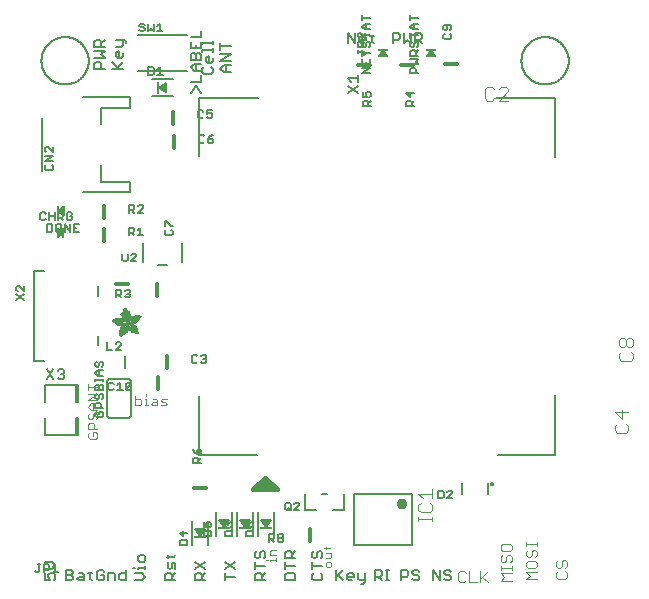
<source format=gbr>
G04 EAGLE Gerber X2 export*
%TF.Part,Single*%
%TF.FileFunction,Legend,Top,1*%
%TF.FilePolarity,Positive*%
%TF.GenerationSoftware,Autodesk,EAGLE,9.1.0*%
%TF.CreationDate,2018-08-24T06:26:27Z*%
G75*
%MOMM*%
%FSLAX34Y34*%
%LPD*%
%AMOC8*
5,1,8,0,0,1.08239X$1,22.5*%
G01*
%ADD10C,0.127000*%
%ADD11C,0.101600*%
%ADD12C,0.076200*%
%ADD13C,0.203200*%
%ADD14C,0.152400*%
%ADD15R,0.190500X0.889000*%
%ADD16C,0.304800*%
%ADD17R,0.200000X1.000000*%
%ADD18R,0.889000X0.190500*%
%ADD19R,1.000000X0.200000*%
%ADD20C,0.919200*%
%ADD21C,0.177800*%
%ADD22R,0.003800X0.034300*%
%ADD23R,0.003800X0.057200*%
%ADD24R,0.003800X0.076200*%
%ADD25R,0.003800X0.091400*%
%ADD26R,0.003800X0.102900*%
%ADD27R,0.003900X0.114300*%
%ADD28R,0.003800X0.129500*%
%ADD29R,0.003800X0.137200*%
%ADD30R,0.003800X0.144800*%
%ADD31R,0.003800X0.152400*%
%ADD32R,0.003800X0.160000*%
%ADD33R,0.003800X0.171500*%
%ADD34R,0.003800X0.175300*%
%ADD35R,0.003800X0.182900*%
%ADD36R,0.003800X0.190500*%
%ADD37R,0.003900X0.194300*%
%ADD38R,0.003800X0.201900*%
%ADD39R,0.003800X0.209500*%
%ADD40R,0.003800X0.213400*%
%ADD41R,0.003800X0.221000*%
%ADD42R,0.003800X0.224800*%
%ADD43R,0.003800X0.232400*%
%ADD44R,0.003800X0.240000*%
%ADD45R,0.003800X0.243800*%
%ADD46R,0.003800X0.247600*%
%ADD47R,0.003900X0.255300*%
%ADD48R,0.003800X0.259100*%
%ADD49R,0.003800X0.262900*%
%ADD50R,0.003800X0.270500*%
%ADD51R,0.003800X0.274300*%
%ADD52R,0.003800X0.281900*%
%ADD53R,0.003800X0.285700*%
%ADD54R,0.003800X0.289500*%
%ADD55R,0.003800X0.297200*%
%ADD56R,0.003800X0.301000*%
%ADD57R,0.003900X0.304800*%
%ADD58R,0.003800X0.312400*%
%ADD59R,0.003800X0.316200*%
%ADD60R,0.003800X0.320000*%
%ADD61R,0.003800X0.327600*%
%ADD62R,0.003800X0.331500*%
%ADD63R,0.003800X0.339100*%
%ADD64R,0.003800X0.342900*%
%ADD65R,0.003800X0.346700*%
%ADD66R,0.003800X0.354300*%
%ADD67R,0.003900X0.358100*%
%ADD68R,0.003800X0.361900*%
%ADD69R,0.003800X0.369600*%
%ADD70R,0.003800X0.373400*%
%ADD71R,0.003800X0.377200*%
%ADD72R,0.003800X0.384800*%
%ADD73R,0.003800X0.388600*%
%ADD74R,0.003800X0.396200*%
%ADD75R,0.003800X0.400000*%
%ADD76R,0.003800X0.403800*%
%ADD77R,0.003900X0.411500*%
%ADD78R,0.003800X0.415300*%
%ADD79R,0.003800X0.419100*%
%ADD80R,0.003800X0.045700*%
%ADD81R,0.003800X0.426700*%
%ADD82R,0.003800X0.072400*%
%ADD83R,0.003800X0.430500*%
%ADD84R,0.003800X0.095300*%
%ADD85R,0.003800X0.438100*%
%ADD86R,0.003800X0.110500*%
%ADD87R,0.003800X0.441900*%
%ADD88R,0.003800X0.445800*%
%ADD89R,0.003800X0.144700*%
%ADD90R,0.003800X0.453400*%
%ADD91R,0.003800X0.457200*%
%ADD92R,0.003900X0.175300*%
%ADD93R,0.003900X0.461000*%
%ADD94R,0.003800X0.468600*%
%ADD95R,0.003800X0.205800*%
%ADD96R,0.003800X0.472400*%
%ADD97R,0.003800X0.217200*%
%ADD98R,0.003800X0.476200*%
%ADD99R,0.003800X0.483900*%
%ADD100R,0.003800X0.247700*%
%ADD101R,0.003800X0.487700*%
%ADD102R,0.003800X0.495300*%
%ADD103R,0.003800X0.499100*%
%ADD104R,0.003800X0.502900*%
%ADD105R,0.003800X0.510500*%
%ADD106R,0.003900X0.308600*%
%ADD107R,0.003900X0.514300*%
%ADD108R,0.003800X0.323800*%
%ADD109R,0.003800X0.518100*%
%ADD110R,0.003800X0.335300*%
%ADD111R,0.003800X0.525800*%
%ADD112R,0.003800X0.529600*%
%ADD113R,0.003800X0.358100*%
%ADD114R,0.003800X0.533400*%
%ADD115R,0.003800X0.537200*%
%ADD116R,0.003800X0.381000*%
%ADD117R,0.003800X0.544800*%
%ADD118R,0.003800X0.392400*%
%ADD119R,0.003800X0.548600*%
%ADD120R,0.003800X0.552400*%
%ADD121R,0.003800X0.556200*%
%ADD122R,0.003900X0.422900*%
%ADD123R,0.003900X0.560100*%
%ADD124R,0.003800X0.434300*%
%ADD125R,0.003800X0.563900*%
%ADD126R,0.003800X0.567700*%
%ADD127R,0.003800X0.461000*%
%ADD128R,0.003800X0.571500*%
%ADD129R,0.003800X0.575300*%
%ADD130R,0.003800X0.480100*%
%ADD131R,0.003800X0.579100*%
%ADD132R,0.003800X0.491500*%
%ADD133R,0.003800X0.582900*%
%ADD134R,0.003800X0.586700*%
%ADD135R,0.003800X0.510600*%
%ADD136R,0.003800X0.590500*%
%ADD137R,0.003800X0.522000*%
%ADD138R,0.003800X0.594300*%
%ADD139R,0.003900X0.533400*%
%ADD140R,0.003900X0.598200*%
%ADD141R,0.003800X0.541000*%
%ADD142R,0.003800X0.602000*%
%ADD143R,0.003800X0.552500*%
%ADD144R,0.003800X0.605800*%
%ADD145R,0.003800X0.560100*%
%ADD146R,0.003800X0.609600*%
%ADD147R,0.003800X0.613400*%
%ADD148R,0.003800X0.583000*%
%ADD149R,0.003800X0.617200*%
%ADD150R,0.003800X0.594400*%
%ADD151R,0.003800X0.621000*%
%ADD152R,0.003800X0.598200*%
%ADD153R,0.003800X0.624800*%
%ADD154R,0.003900X0.613500*%
%ADD155R,0.003900X0.628600*%
%ADD156R,0.003800X0.632400*%
%ADD157R,0.003800X0.628600*%
%ADD158R,0.003800X0.636300*%
%ADD159R,0.003800X0.640100*%
%ADD160R,0.003800X0.636200*%
%ADD161R,0.003800X0.643900*%
%ADD162R,0.003800X0.647700*%
%ADD163R,0.003800X0.651500*%
%ADD164R,0.003800X0.659100*%
%ADD165R,0.003900X0.659100*%
%ADD166R,0.003900X0.655300*%
%ADD167R,0.003800X0.662900*%
%ADD168R,0.003800X0.655300*%
%ADD169R,0.003800X0.670500*%
%ADD170R,0.003800X0.670600*%
%ADD171R,0.003800X0.674400*%
%ADD172R,0.003800X0.682000*%
%ADD173R,0.003800X0.666700*%
%ADD174R,0.003800X0.685800*%
%ADD175R,0.003800X0.689600*%
%ADD176R,0.003900X0.693400*%
%ADD177R,0.003900X0.674400*%
%ADD178R,0.003800X0.697200*%
%ADD179R,0.003800X0.678200*%
%ADD180R,0.003800X0.697300*%
%ADD181R,0.003800X0.701100*%
%ADD182R,0.003800X0.704900*%
%ADD183R,0.003800X0.708700*%
%ADD184R,0.003800X0.712500*%
%ADD185R,0.003800X0.716300*%
%ADD186R,0.003900X0.720100*%
%ADD187R,0.003900X0.689600*%
%ADD188R,0.003800X0.720000*%
%ADD189R,0.003800X0.693400*%
%ADD190R,0.003800X0.723900*%
%ADD191R,0.003800X0.727700*%
%ADD192R,0.003800X0.731500*%
%ADD193R,0.003800X0.701000*%
%ADD194R,0.003800X0.735300*%
%ADD195R,0.003900X0.731500*%
%ADD196R,0.003900X0.701000*%
%ADD197R,0.003800X0.704800*%
%ADD198R,0.003800X0.739100*%
%ADD199R,0.003800X0.743000*%
%ADD200R,0.003800X0.739200*%
%ADD201R,0.003900X0.743000*%
%ADD202R,0.003900X0.704800*%
%ADD203R,0.003800X0.746800*%
%ADD204R,0.003900X0.746800*%
%ADD205R,0.003800X0.742900*%
%ADD206R,0.003800X0.746700*%
%ADD207R,0.003900X0.746700*%
%ADD208R,0.003800X1.428800*%
%ADD209R,0.003800X1.424900*%
%ADD210R,0.003900X1.421100*%
%ADD211R,0.003800X1.421100*%
%ADD212R,0.003800X1.417300*%
%ADD213R,0.003800X1.413500*%
%ADD214R,0.003800X1.409700*%
%ADD215R,0.003800X1.405900*%
%ADD216R,0.003800X1.402100*%
%ADD217R,0.003800X1.398300*%
%ADD218R,0.003900X0.983000*%
%ADD219R,0.003900X0.384800*%
%ADD220R,0.003800X0.971600*%
%ADD221R,0.003800X0.963900*%
%ADD222R,0.003800X0.956300*%
%ADD223R,0.003800X0.365800*%
%ADD224R,0.003800X0.952500*%
%ADD225R,0.003800X0.941000*%
%ADD226R,0.003800X0.358200*%
%ADD227R,0.003800X0.937200*%
%ADD228R,0.003800X0.933400*%
%ADD229R,0.003800X0.354400*%
%ADD230R,0.003800X0.925800*%
%ADD231R,0.003800X0.350500*%
%ADD232R,0.003800X0.922000*%
%ADD233R,0.003900X0.918200*%
%ADD234R,0.003900X0.346700*%
%ADD235R,0.003800X0.910600*%
%ADD236R,0.003800X0.906800*%
%ADD237R,0.003800X0.903000*%
%ADD238R,0.003800X0.339000*%
%ADD239R,0.003800X0.895300*%
%ADD240R,0.003800X0.335200*%
%ADD241R,0.003800X0.887700*%
%ADD242R,0.003800X0.883900*%
%ADD243R,0.003800X0.331400*%
%ADD244R,0.003800X0.880100*%
%ADD245R,0.003800X0.876300*%
%ADD246R,0.003900X0.468600*%
%ADD247R,0.003900X0.396200*%
%ADD248R,0.003900X0.323800*%
%ADD249R,0.003800X0.449600*%
%ADD250R,0.003800X0.323900*%
%ADD251R,0.003800X0.442000*%
%ADD252R,0.003800X0.434400*%
%ADD253R,0.003800X0.320100*%
%ADD254R,0.003800X0.316300*%
%ADD255R,0.003800X0.426800*%
%ADD256R,0.003800X0.327700*%
%ADD257R,0.003800X0.312500*%
%ADD258R,0.003800X0.422900*%
%ADD259R,0.003800X0.308600*%
%ADD260R,0.003800X0.293400*%
%ADD261R,0.003800X0.304800*%
%ADD262R,0.003900X0.419100*%
%ADD263R,0.003900X0.285700*%
%ADD264R,0.003900X0.301000*%
%ADD265R,0.003800X0.411500*%
%ADD266R,0.003800X0.407700*%
%ADD267R,0.003800X0.289600*%
%ADD268R,0.003800X0.285800*%
%ADD269R,0.003800X0.403900*%
%ADD270R,0.003800X0.228600*%
%ADD271R,0.003900X0.403900*%
%ADD272R,0.003900X0.221000*%
%ADD273R,0.003900X0.278100*%
%ADD274R,0.003800X0.400100*%
%ADD275R,0.003800X0.209600*%
%ADD276R,0.003800X0.266700*%
%ADD277R,0.003800X0.038100*%
%ADD278R,0.003800X0.194300*%
%ADD279R,0.003800X0.148600*%
%ADD280R,0.003800X0.259000*%
%ADD281R,0.003800X0.182800*%
%ADD282R,0.003800X0.186700*%
%ADD283R,0.003800X0.251400*%
%ADD284R,0.003800X0.179100*%
%ADD285R,0.003800X0.236200*%
%ADD286R,0.003900X0.243900*%
%ADD287R,0.003900X0.282000*%
%ADD288R,0.003800X0.167700*%
%ADD289R,0.003800X0.236300*%
%ADD290R,0.003800X0.396300*%
%ADD291R,0.003800X0.163900*%
%ADD292R,0.003800X0.392500*%
%ADD293R,0.003800X0.160100*%
%ADD294R,0.003800X0.586800*%
%ADD295R,0.003800X0.148500*%
%ADD296R,0.003800X0.140900*%
%ADD297R,0.003900X0.392400*%
%ADD298R,0.003900X0.140900*%
%ADD299R,0.003900X0.647700*%
%ADD300R,0.003800X0.133300*%
%ADD301R,0.003800X0.674300*%
%ADD302R,0.003800X0.388700*%
%ADD303R,0.003800X0.125700*%
%ADD304R,0.003800X0.121900*%
%ADD305R,0.003800X0.720100*%
%ADD306R,0.003800X0.118100*%
%ADD307R,0.003900X0.118100*%
%ADD308R,0.003900X0.739100*%
%ADD309R,0.003800X0.114300*%
%ADD310R,0.003800X0.754400*%
%ADD311R,0.003800X0.765800*%
%ADD312R,0.003800X0.773400*%
%ADD313R,0.003800X0.784800*%
%ADD314R,0.003800X0.118200*%
%ADD315R,0.003800X0.792500*%
%ADD316R,0.003800X0.803900*%
%ADD317R,0.003800X0.122000*%
%ADD318R,0.003800X0.815400*%
%ADD319R,0.003800X0.125800*%
%ADD320R,0.003800X0.826800*%
%ADD321R,0.003900X0.369500*%
%ADD322R,0.003900X0.133400*%
%ADD323R,0.003900X0.842000*%
%ADD324R,0.003800X0.365700*%
%ADD325R,0.003800X1.009700*%
%ADD326R,0.003800X1.013500*%
%ADD327R,0.003800X0.362000*%
%ADD328R,0.003800X1.024900*%
%ADD329R,0.003800X1.028700*%
%ADD330R,0.003800X1.036300*%
%ADD331R,0.003800X1.047800*%
%ADD332R,0.003800X1.055400*%
%ADD333R,0.003800X1.070600*%
%ADD334R,0.003800X0.030500*%
%ADD335R,0.003800X1.436400*%
%ADD336R,0.003900X1.562100*%
%ADD337R,0.003800X1.588700*%
%ADD338R,0.003800X1.607800*%
%ADD339R,0.003800X1.626900*%
%ADD340R,0.003800X1.642100*%
%ADD341R,0.003800X1.657400*%
%ADD342R,0.003800X1.676400*%
%ADD343R,0.003800X1.687800*%
%ADD344R,0.003800X1.703000*%
%ADD345R,0.003800X1.714500*%
%ADD346R,0.003900X1.726000*%
%ADD347R,0.003800X1.741200*%
%ADD348R,0.003800X0.914400*%
%ADD349R,0.003800X0.769600*%
%ADD350R,0.003800X0.884000*%
%ADD351R,0.003800X0.712400*%
%ADD352R,0.003900X0.880100*%
%ADD353R,0.003800X0.887800*%
%ADD354R,0.003800X0.891600*%
%ADD355R,0.003800X0.895400*%
%ADD356R,0.003800X0.251500*%
%ADD357R,0.003900X0.579200*%
%ADD358R,0.003800X0.243900*%
%ADD359R,0.003800X0.556300*%
%ADD360R,0.003800X0.255200*%
%ADD361R,0.003800X0.529500*%
%ADD362R,0.003800X0.731600*%
%ADD363R,0.003900X0.525800*%
%ADD364R,0.003900X0.281900*%
%ADD365R,0.003900X0.735400*%
%ADD366R,0.003800X0.300900*%
%ADD367R,0.003800X0.762000*%
%ADD368R,0.003800X0.518200*%
%ADD369R,0.003800X0.350600*%
%ADD370R,0.003800X0.796300*%
%ADD371R,0.003800X0.807800*%
%ADD372R,0.003800X0.506700*%
%ADD373R,0.003800X0.849600*%
%ADD374R,0.003900X0.506700*%
%ADD375R,0.003900X1.371600*%
%ADD376R,0.003800X1.207800*%
%ADD377R,0.003800X0.503000*%
%ADD378R,0.003800X0.141000*%
%ADD379R,0.003800X1.203900*%
%ADD380R,0.003800X1.204000*%
%ADD381R,0.003800X1.200200*%
%ADD382R,0.003900X0.499100*%
%ADD383R,0.003900X0.156200*%
%ADD384R,0.003900X1.196400*%
%ADD385R,0.003800X1.196400*%
%ADD386R,0.003800X0.163800*%
%ADD387R,0.003800X0.167600*%
%ADD388R,0.003800X1.192500*%
%ADD389R,0.003800X0.499200*%
%ADD390R,0.003800X1.188700*%
%ADD391R,0.003800X0.506800*%
%ADD392R,0.003800X1.184900*%
%ADD393R,0.003900X0.510600*%
%ADD394R,0.003900X0.209600*%
%ADD395R,0.003900X1.181100*%
%ADD396R,0.003800X0.514400*%
%ADD397R,0.003800X1.181100*%
%ADD398R,0.003800X1.177300*%
%ADD399R,0.003800X0.240100*%
%ADD400R,0.003800X1.173500*%
%ADD401R,0.003800X1.169700*%
%ADD402R,0.003800X1.165900*%
%ADD403R,0.003800X1.162100*%
%ADD404R,0.003900X0.929700*%
%ADD405R,0.003900X1.162100*%
%ADD406R,0.003800X0.929700*%
%ADD407R,0.003800X1.154500*%
%ADD408R,0.003800X0.933500*%
%ADD409R,0.003800X1.150600*%
%ADD410R,0.003800X0.937300*%
%ADD411R,0.003800X1.146800*%
%ADD412R,0.003800X0.941100*%
%ADD413R,0.003800X1.139200*%
%ADD414R,0.003800X0.944900*%
%ADD415R,0.003800X1.135400*%
%ADD416R,0.003800X0.948700*%
%ADD417R,0.003800X1.127800*%
%ADD418R,0.003800X1.124000*%
%ADD419R,0.003800X1.116400*%
%ADD420R,0.003900X0.956300*%
%ADD421R,0.003900X1.104900*%
%ADD422R,0.003800X0.960100*%
%ADD423R,0.003800X1.093500*%
%ADD424R,0.003800X1.085900*%
%ADD425R,0.003800X0.967800*%
%ADD426R,0.003800X1.074500*%
%ADD427R,0.003800X1.063000*%
%ADD428R,0.003800X0.975400*%
%ADD429R,0.003800X1.036400*%
%ADD430R,0.003800X0.979200*%
%ADD431R,0.003800X1.021000*%
%ADD432R,0.003800X0.983000*%
%ADD433R,0.003800X1.009600*%
%ADD434R,0.003800X0.986800*%
%ADD435R,0.003800X0.998200*%
%ADD436R,0.003900X0.990600*%
%ADD437R,0.003900X0.986700*%
%ADD438R,0.003800X0.994400*%
%ADD439R,0.003800X0.975300*%
%ADD440R,0.003800X0.948600*%
%ADD441R,0.003800X1.002000*%
%ADD442R,0.003800X0.213300*%
%ADD443R,0.003800X0.217100*%
%ADD444R,0.003800X1.017300*%
%ADD445R,0.003800X0.666800*%
%ADD446R,0.003800X0.220900*%
%ADD447R,0.003900X1.028700*%
%ADD448R,0.003900X0.224700*%
%ADD449R,0.003800X1.032500*%
%ADD450R,0.003800X1.040100*%
%ADD451R,0.003800X1.043900*%
%ADD452R,0.003800X0.548700*%
%ADD453R,0.003800X1.051500*%
%ADD454R,0.003800X1.055300*%
%ADD455R,0.003800X1.059100*%
%ADD456R,0.003800X1.062900*%
%ADD457R,0.003800X0.255300*%
%ADD458R,0.003900X1.066800*%
%ADD459R,0.003900X0.259100*%
%ADD460R,0.003900X0.457200*%
%ADD461R,0.003800X0.423000*%
%ADD462R,0.003800X1.082100*%
%ADD463R,0.003800X0.274400*%
%ADD464R,0.003800X0.278200*%
%ADD465R,0.003800X1.101100*%
%ADD466R,0.003800X0.278100*%
%ADD467R,0.003900X0.876300*%
%ADD468R,0.003900X0.236200*%
%ADD469R,0.003900X0.289600*%
%ADD470R,0.003900X0.247700*%
%ADD471R,0.003800X0.049500*%
%ADD472R,0.003900X0.640100*%
%ADD473R,0.003800X0.659200*%
%ADD474R,0.003800X0.663000*%
%ADD475R,0.003900X0.872500*%
%ADD476R,0.003900X0.666800*%
%ADD477R,0.003800X0.872500*%
%ADD478R,0.003800X0.868700*%
%ADD479R,0.003800X0.864900*%
%ADD480R,0.003800X0.861100*%
%ADD481R,0.003800X0.857300*%
%ADD482R,0.003800X0.853400*%
%ADD483R,0.003800X0.845800*%
%ADD484R,0.003900X0.682000*%
%ADD485R,0.003800X0.842000*%
%ADD486R,0.003800X0.834400*%
%ADD487R,0.003800X0.823000*%
%ADD488R,0.003800X0.815300*%
%ADD489R,0.003800X0.811500*%
%ADD490R,0.003800X0.788700*%
%ADD491R,0.003900X0.777300*%
%ADD492R,0.003800X0.750600*%
%ADD493R,0.003800X0.735400*%
%ADD494R,0.003800X0.727800*%
%ADD495R,0.003800X0.628700*%
%ADD496R,0.003800X0.575400*%
%ADD497R,0.003900X0.670600*%
%ADD498R,0.003800X0.655400*%
%ADD499R,0.003900X0.651500*%
%ADD500R,0.003900X0.624800*%
%ADD501R,0.003900X0.594400*%
%ADD502R,0.003900X0.563900*%
%ADD503R,0.003800X0.541100*%
%ADD504R,0.003800X0.537300*%
%ADD505R,0.003800X0.525700*%
%ADD506R,0.003900X0.525700*%
%ADD507R,0.003800X0.514300*%
%ADD508R,0.003900X0.480100*%
%ADD509R,0.003800X0.464800*%
%ADD510R,0.003900X0.442000*%
%ADD511R,0.003800X0.438200*%
%ADD512R,0.003800X0.430600*%
%ADD513R,0.003800X0.407600*%
%ADD514R,0.003900X0.403800*%
%ADD515R,0.003900X0.365700*%
%ADD516R,0.003900X0.327700*%
%ADD517R,0.003900X0.243800*%
%ADD518R,0.003900X0.205800*%
%ADD519R,0.003800X0.198100*%
%ADD520R,0.003900X0.163800*%
%ADD521R,0.003800X0.137100*%
%ADD522R,0.003900X0.091500*%
%ADD523R,0.003800X0.060900*%
%ADD524C,0.406400*%

G36*
X19117Y319394D02*
X19117Y319394D01*
X19135Y319392D01*
X19237Y319420D01*
X19340Y319442D01*
X19355Y319451D01*
X19372Y319456D01*
X19517Y319541D01*
X24597Y323351D01*
X24600Y323354D01*
X24604Y323356D01*
X24685Y323443D01*
X24767Y323528D01*
X24769Y323532D01*
X24772Y323535D01*
X24822Y323644D01*
X24872Y323751D01*
X24872Y323755D01*
X24874Y323759D01*
X24887Y323877D01*
X24900Y323995D01*
X24900Y323999D01*
X24900Y324004D01*
X24874Y324120D01*
X24850Y324236D01*
X24847Y324240D01*
X24846Y324244D01*
X24785Y324346D01*
X24725Y324448D01*
X24721Y324451D01*
X24719Y324454D01*
X24597Y324569D01*
X19517Y328379D01*
X19501Y328387D01*
X19488Y328400D01*
X19473Y328407D01*
X19465Y328413D01*
X19415Y328433D01*
X19392Y328444D01*
X19299Y328493D01*
X19281Y328496D01*
X19265Y328503D01*
X19160Y328515D01*
X19056Y328531D01*
X19038Y328528D01*
X19021Y328530D01*
X18918Y328508D01*
X18813Y328490D01*
X18798Y328482D01*
X18780Y328478D01*
X18690Y328424D01*
X18597Y328374D01*
X18584Y328361D01*
X18569Y328352D01*
X18500Y328272D01*
X18428Y328195D01*
X18421Y328178D01*
X18409Y328165D01*
X18370Y328067D01*
X18326Y327971D01*
X18324Y327953D01*
X18317Y327937D01*
X18299Y327770D01*
X18299Y320150D01*
X18302Y320132D01*
X18300Y320115D01*
X18321Y320011D01*
X18339Y319907D01*
X18347Y319892D01*
X18351Y319874D01*
X18404Y319783D01*
X18454Y319690D01*
X18466Y319678D01*
X18476Y319662D01*
X18555Y319593D01*
X18632Y319521D01*
X18648Y319513D01*
X18662Y319501D01*
X18759Y319461D01*
X18855Y319417D01*
X18873Y319415D01*
X18889Y319408D01*
X18995Y319401D01*
X19099Y319390D01*
X19117Y319394D01*
G37*
G36*
X24212Y337872D02*
X24212Y337872D01*
X24229Y337870D01*
X24332Y337892D01*
X24437Y337910D01*
X24452Y337918D01*
X24470Y337922D01*
X24560Y337976D01*
X24654Y338026D01*
X24666Y338039D01*
X24681Y338048D01*
X24750Y338128D01*
X24822Y338205D01*
X24829Y338222D01*
X24841Y338235D01*
X24880Y338333D01*
X24924Y338429D01*
X24926Y338447D01*
X24933Y338463D01*
X24951Y338630D01*
X24951Y346250D01*
X24949Y346267D01*
X24950Y346282D01*
X24950Y346285D01*
X24929Y346389D01*
X24912Y346493D01*
X24903Y346508D01*
X24900Y346526D01*
X24846Y346617D01*
X24796Y346710D01*
X24784Y346722D01*
X24775Y346738D01*
X24695Y346807D01*
X24618Y346880D01*
X24602Y346887D01*
X24588Y346899D01*
X24491Y346939D01*
X24395Y346983D01*
X24377Y346985D01*
X24361Y346992D01*
X24255Y346999D01*
X24151Y347010D01*
X24133Y347006D01*
X24115Y347008D01*
X24013Y346980D01*
X23940Y346964D01*
X23937Y346964D01*
X23910Y346958D01*
X23895Y346949D01*
X23878Y346944D01*
X23733Y346859D01*
X18653Y343049D01*
X18650Y343046D01*
X18647Y343044D01*
X18565Y342957D01*
X18483Y342872D01*
X18481Y342868D01*
X18478Y342865D01*
X18428Y342756D01*
X18378Y342649D01*
X18378Y342645D01*
X18376Y342641D01*
X18363Y342523D01*
X18350Y342405D01*
X18350Y342401D01*
X18350Y342396D01*
X18376Y342280D01*
X18401Y342164D01*
X18403Y342160D01*
X18404Y342156D01*
X18465Y342054D01*
X18526Y341952D01*
X18529Y341949D01*
X18531Y341946D01*
X18653Y341831D01*
X23733Y338021D01*
X23749Y338013D01*
X23762Y338001D01*
X23858Y337956D01*
X23951Y337907D01*
X23969Y337904D01*
X23985Y337897D01*
X24090Y337885D01*
X24194Y337869D01*
X24212Y337872D01*
G37*
G36*
X298468Y472952D02*
X298468Y472952D01*
X298485Y472950D01*
X298589Y472971D01*
X298693Y472989D01*
X298708Y472997D01*
X298726Y473001D01*
X298817Y473054D01*
X298910Y473104D01*
X298922Y473116D01*
X298938Y473126D01*
X299007Y473205D01*
X299080Y473282D01*
X299087Y473298D01*
X299099Y473312D01*
X299139Y473409D01*
X299183Y473505D01*
X299185Y473523D01*
X299192Y473539D01*
X299199Y473645D01*
X299210Y473749D01*
X299206Y473767D01*
X299208Y473785D01*
X299180Y473887D01*
X299158Y473990D01*
X299149Y474005D01*
X299144Y474022D01*
X299059Y474167D01*
X295249Y479247D01*
X295246Y479250D01*
X295244Y479254D01*
X295157Y479335D01*
X295072Y479417D01*
X295068Y479419D01*
X295065Y479422D01*
X294956Y479472D01*
X294849Y479522D01*
X294845Y479522D01*
X294841Y479524D01*
X294723Y479537D01*
X294605Y479550D01*
X294601Y479550D01*
X294596Y479550D01*
X294480Y479524D01*
X294364Y479500D01*
X294360Y479497D01*
X294356Y479496D01*
X294254Y479435D01*
X294152Y479375D01*
X294149Y479371D01*
X294146Y479369D01*
X294031Y479247D01*
X290221Y474167D01*
X290213Y474151D01*
X290201Y474138D01*
X290156Y474042D01*
X290107Y473949D01*
X290104Y473931D01*
X290097Y473915D01*
X290085Y473810D01*
X290069Y473706D01*
X290072Y473688D01*
X290070Y473671D01*
X290092Y473568D01*
X290110Y473463D01*
X290118Y473448D01*
X290122Y473430D01*
X290176Y473340D01*
X290226Y473247D01*
X290239Y473234D01*
X290248Y473219D01*
X290328Y473150D01*
X290405Y473078D01*
X290422Y473071D01*
X290435Y473059D01*
X290533Y473020D01*
X290629Y472976D01*
X290647Y472974D01*
X290663Y472967D01*
X290830Y472949D01*
X298450Y472949D01*
X298468Y472952D01*
G37*
G36*
X339108Y472952D02*
X339108Y472952D01*
X339125Y472950D01*
X339229Y472971D01*
X339333Y472989D01*
X339348Y472997D01*
X339366Y473001D01*
X339457Y473054D01*
X339550Y473104D01*
X339562Y473116D01*
X339578Y473126D01*
X339647Y473205D01*
X339720Y473282D01*
X339727Y473298D01*
X339739Y473312D01*
X339779Y473409D01*
X339823Y473505D01*
X339825Y473523D01*
X339832Y473539D01*
X339839Y473645D01*
X339850Y473749D01*
X339846Y473767D01*
X339848Y473785D01*
X339820Y473887D01*
X339798Y473990D01*
X339789Y474005D01*
X339784Y474022D01*
X339699Y474167D01*
X335889Y479247D01*
X335886Y479250D01*
X335884Y479254D01*
X335797Y479335D01*
X335712Y479417D01*
X335708Y479419D01*
X335705Y479422D01*
X335596Y479472D01*
X335489Y479522D01*
X335485Y479522D01*
X335481Y479524D01*
X335363Y479537D01*
X335245Y479550D01*
X335241Y479550D01*
X335236Y479550D01*
X335120Y479524D01*
X335004Y479500D01*
X335000Y479497D01*
X334996Y479496D01*
X334894Y479435D01*
X334792Y479375D01*
X334789Y479371D01*
X334786Y479369D01*
X334671Y479247D01*
X330861Y474167D01*
X330853Y474151D01*
X330841Y474138D01*
X330796Y474042D01*
X330747Y473949D01*
X330744Y473931D01*
X330737Y473915D01*
X330725Y473810D01*
X330709Y473706D01*
X330712Y473688D01*
X330710Y473671D01*
X330732Y473568D01*
X330750Y473463D01*
X330758Y473448D01*
X330762Y473430D01*
X330816Y473340D01*
X330866Y473247D01*
X330879Y473234D01*
X330888Y473219D01*
X330968Y473150D01*
X331045Y473078D01*
X331062Y473071D01*
X331075Y473059D01*
X331173Y473020D01*
X331269Y472976D01*
X331287Y472974D01*
X331303Y472967D01*
X331470Y472949D01*
X339090Y472949D01*
X339108Y472952D01*
G37*
G36*
X109995Y444033D02*
X109995Y444033D01*
X110066Y444031D01*
X110135Y444049D01*
X110206Y444058D01*
X110272Y444085D01*
X110341Y444103D01*
X110402Y444140D01*
X110468Y444167D01*
X110524Y444212D01*
X110586Y444249D01*
X110635Y444300D01*
X110690Y444345D01*
X110731Y444404D01*
X110780Y444456D01*
X110813Y444519D01*
X110854Y444577D01*
X110877Y444645D01*
X110910Y444709D01*
X110920Y444768D01*
X110947Y444846D01*
X110953Y444965D01*
X110965Y445040D01*
X110965Y449040D01*
X110955Y449111D01*
X110955Y449183D01*
X110935Y449251D01*
X110925Y449322D01*
X110896Y449387D01*
X110876Y449456D01*
X110838Y449516D01*
X110809Y449581D01*
X110763Y449636D01*
X110725Y449696D01*
X110672Y449744D01*
X110626Y449798D01*
X110566Y449838D01*
X110512Y449885D01*
X110448Y449916D01*
X110389Y449956D01*
X110321Y449977D01*
X110256Y450008D01*
X110186Y450020D01*
X110118Y450041D01*
X110046Y450043D01*
X109976Y450055D01*
X109905Y450047D01*
X109834Y450049D01*
X109764Y450030D01*
X109693Y450022D01*
X109638Y449997D01*
X109559Y449977D01*
X109456Y449916D01*
X109387Y449885D01*
X106387Y447885D01*
X106300Y447808D01*
X106210Y447735D01*
X106195Y447713D01*
X106175Y447695D01*
X106113Y447598D01*
X106046Y447503D01*
X106038Y447477D01*
X106023Y447455D01*
X105991Y447344D01*
X105953Y447234D01*
X105952Y447207D01*
X105945Y447182D01*
X105945Y447066D01*
X105939Y446950D01*
X105945Y446924D01*
X105945Y446897D01*
X105977Y446786D01*
X106003Y446673D01*
X106016Y446650D01*
X106024Y446624D01*
X106086Y446526D01*
X106142Y446425D01*
X106160Y446409D01*
X106175Y446384D01*
X106383Y446199D01*
X106387Y446195D01*
X109387Y444195D01*
X109451Y444164D01*
X109511Y444125D01*
X109579Y444103D01*
X109643Y444072D01*
X109714Y444060D01*
X109782Y444039D01*
X109853Y444037D01*
X109924Y444025D01*
X109995Y444033D01*
G37*
G36*
X195696Y75465D02*
X195696Y75465D01*
X195723Y75465D01*
X195834Y75497D01*
X195947Y75523D01*
X195970Y75536D01*
X195996Y75544D01*
X196094Y75606D01*
X196195Y75662D01*
X196211Y75680D01*
X196236Y75695D01*
X196421Y75903D01*
X196425Y75907D01*
X198425Y78907D01*
X198456Y78971D01*
X198496Y79031D01*
X198517Y79099D01*
X198548Y79163D01*
X198560Y79234D01*
X198581Y79302D01*
X198583Y79373D01*
X198595Y79444D01*
X198587Y79515D01*
X198589Y79586D01*
X198571Y79655D01*
X198562Y79726D01*
X198535Y79792D01*
X198517Y79861D01*
X198480Y79922D01*
X198453Y79988D01*
X198408Y80044D01*
X198372Y80106D01*
X198320Y80155D01*
X198275Y80210D01*
X198217Y80251D01*
X198164Y80300D01*
X198101Y80333D01*
X198043Y80374D01*
X197975Y80397D01*
X197911Y80430D01*
X197852Y80440D01*
X197774Y80467D01*
X197655Y80473D01*
X197580Y80485D01*
X193580Y80485D01*
X193509Y80475D01*
X193437Y80475D01*
X193369Y80455D01*
X193299Y80445D01*
X193233Y80416D01*
X193164Y80396D01*
X193104Y80358D01*
X193039Y80329D01*
X192984Y80283D01*
X192924Y80245D01*
X192876Y80192D01*
X192822Y80146D01*
X192782Y80086D01*
X192735Y80032D01*
X192704Y79968D01*
X192665Y79909D01*
X192643Y79841D01*
X192612Y79776D01*
X192600Y79706D01*
X192579Y79638D01*
X192577Y79566D01*
X192565Y79496D01*
X192573Y79425D01*
X192571Y79354D01*
X192590Y79284D01*
X192598Y79213D01*
X192623Y79158D01*
X192643Y79079D01*
X192704Y78976D01*
X192735Y78907D01*
X194735Y75907D01*
X194812Y75820D01*
X194885Y75730D01*
X194907Y75715D01*
X194925Y75695D01*
X195022Y75633D01*
X195117Y75566D01*
X195143Y75558D01*
X195165Y75543D01*
X195276Y75511D01*
X195386Y75473D01*
X195413Y75472D01*
X195438Y75465D01*
X195554Y75465D01*
X195670Y75459D01*
X195696Y75465D01*
G37*
G36*
X177916Y75465D02*
X177916Y75465D01*
X177943Y75465D01*
X178054Y75497D01*
X178167Y75523D01*
X178190Y75536D01*
X178216Y75544D01*
X178314Y75606D01*
X178415Y75662D01*
X178431Y75680D01*
X178456Y75695D01*
X178641Y75903D01*
X178645Y75907D01*
X180645Y78907D01*
X180676Y78971D01*
X180716Y79031D01*
X180737Y79099D01*
X180768Y79163D01*
X180780Y79234D01*
X180801Y79302D01*
X180803Y79373D01*
X180815Y79444D01*
X180807Y79515D01*
X180809Y79586D01*
X180791Y79655D01*
X180782Y79726D01*
X180755Y79792D01*
X180737Y79861D01*
X180700Y79922D01*
X180673Y79988D01*
X180628Y80044D01*
X180592Y80106D01*
X180540Y80155D01*
X180495Y80210D01*
X180437Y80251D01*
X180384Y80300D01*
X180321Y80333D01*
X180263Y80374D01*
X180195Y80397D01*
X180131Y80430D01*
X180072Y80440D01*
X179994Y80467D01*
X179875Y80473D01*
X179800Y80485D01*
X175800Y80485D01*
X175729Y80475D01*
X175657Y80475D01*
X175589Y80455D01*
X175519Y80445D01*
X175453Y80416D01*
X175384Y80396D01*
X175324Y80358D01*
X175259Y80329D01*
X175204Y80283D01*
X175144Y80245D01*
X175096Y80192D01*
X175042Y80146D01*
X175002Y80086D01*
X174955Y80032D01*
X174924Y79968D01*
X174885Y79909D01*
X174863Y79841D01*
X174832Y79776D01*
X174820Y79706D01*
X174799Y79638D01*
X174797Y79566D01*
X174785Y79496D01*
X174793Y79425D01*
X174791Y79354D01*
X174810Y79284D01*
X174818Y79213D01*
X174843Y79158D01*
X174863Y79079D01*
X174924Y78976D01*
X174955Y78907D01*
X176955Y75907D01*
X177032Y75820D01*
X177105Y75730D01*
X177127Y75715D01*
X177145Y75695D01*
X177242Y75633D01*
X177337Y75566D01*
X177363Y75558D01*
X177385Y75543D01*
X177496Y75511D01*
X177606Y75473D01*
X177633Y75472D01*
X177658Y75465D01*
X177774Y75465D01*
X177890Y75459D01*
X177916Y75465D01*
G37*
G36*
X160136Y75465D02*
X160136Y75465D01*
X160163Y75465D01*
X160274Y75497D01*
X160387Y75523D01*
X160410Y75536D01*
X160436Y75544D01*
X160534Y75606D01*
X160635Y75662D01*
X160651Y75680D01*
X160676Y75695D01*
X160861Y75903D01*
X160865Y75907D01*
X162865Y78907D01*
X162896Y78971D01*
X162936Y79031D01*
X162957Y79099D01*
X162988Y79163D01*
X163000Y79234D01*
X163021Y79302D01*
X163023Y79373D01*
X163035Y79444D01*
X163027Y79515D01*
X163029Y79586D01*
X163011Y79655D01*
X163002Y79726D01*
X162975Y79792D01*
X162957Y79861D01*
X162920Y79922D01*
X162893Y79988D01*
X162848Y80044D01*
X162812Y80106D01*
X162760Y80155D01*
X162715Y80210D01*
X162657Y80251D01*
X162604Y80300D01*
X162541Y80333D01*
X162483Y80374D01*
X162415Y80397D01*
X162351Y80430D01*
X162292Y80440D01*
X162214Y80467D01*
X162095Y80473D01*
X162020Y80485D01*
X158020Y80485D01*
X157949Y80475D01*
X157877Y80475D01*
X157809Y80455D01*
X157739Y80445D01*
X157673Y80416D01*
X157604Y80396D01*
X157544Y80358D01*
X157479Y80329D01*
X157424Y80283D01*
X157364Y80245D01*
X157316Y80192D01*
X157262Y80146D01*
X157222Y80086D01*
X157175Y80032D01*
X157144Y79968D01*
X157105Y79909D01*
X157083Y79841D01*
X157052Y79776D01*
X157040Y79706D01*
X157019Y79638D01*
X157017Y79566D01*
X157005Y79496D01*
X157013Y79425D01*
X157011Y79354D01*
X157030Y79284D01*
X157038Y79213D01*
X157063Y79158D01*
X157083Y79079D01*
X157144Y78976D01*
X157175Y78907D01*
X159175Y75907D01*
X159252Y75820D01*
X159325Y75730D01*
X159347Y75715D01*
X159365Y75695D01*
X159462Y75633D01*
X159557Y75566D01*
X159583Y75558D01*
X159605Y75543D01*
X159716Y75511D01*
X159826Y75473D01*
X159853Y75472D01*
X159878Y75465D01*
X159994Y75465D01*
X160110Y75459D01*
X160136Y75465D01*
G37*
G36*
X139816Y67845D02*
X139816Y67845D01*
X139843Y67845D01*
X139954Y67877D01*
X140067Y67903D01*
X140090Y67916D01*
X140116Y67924D01*
X140214Y67986D01*
X140315Y68042D01*
X140331Y68060D01*
X140356Y68075D01*
X140541Y68283D01*
X140545Y68287D01*
X142545Y71287D01*
X142576Y71351D01*
X142616Y71411D01*
X142637Y71479D01*
X142668Y71543D01*
X142680Y71614D01*
X142701Y71682D01*
X142703Y71753D01*
X142715Y71824D01*
X142707Y71895D01*
X142709Y71966D01*
X142691Y72035D01*
X142682Y72106D01*
X142655Y72172D01*
X142637Y72241D01*
X142600Y72302D01*
X142573Y72368D01*
X142528Y72424D01*
X142492Y72486D01*
X142440Y72535D01*
X142395Y72590D01*
X142337Y72631D01*
X142284Y72680D01*
X142221Y72713D01*
X142163Y72754D01*
X142095Y72777D01*
X142031Y72810D01*
X141972Y72820D01*
X141894Y72847D01*
X141775Y72853D01*
X141700Y72865D01*
X137700Y72865D01*
X137629Y72855D01*
X137557Y72855D01*
X137489Y72835D01*
X137419Y72825D01*
X137353Y72796D01*
X137284Y72776D01*
X137224Y72738D01*
X137159Y72709D01*
X137104Y72663D01*
X137044Y72625D01*
X136996Y72572D01*
X136942Y72526D01*
X136902Y72466D01*
X136855Y72412D01*
X136824Y72348D01*
X136785Y72289D01*
X136763Y72221D01*
X136732Y72156D01*
X136720Y72086D01*
X136699Y72018D01*
X136697Y71946D01*
X136685Y71876D01*
X136693Y71805D01*
X136691Y71734D01*
X136710Y71664D01*
X136718Y71593D01*
X136743Y71538D01*
X136763Y71459D01*
X136824Y71356D01*
X136855Y71287D01*
X138855Y68287D01*
X138932Y68200D01*
X139005Y68110D01*
X139027Y68095D01*
X139045Y68075D01*
X139142Y68013D01*
X139237Y67946D01*
X139263Y67938D01*
X139285Y67923D01*
X139396Y67891D01*
X139506Y67853D01*
X139533Y67852D01*
X139558Y67845D01*
X139674Y67845D01*
X139790Y67839D01*
X139816Y67845D01*
G37*
D10*
X26261Y29845D02*
X26261Y38743D01*
X30710Y38743D01*
X32193Y37260D01*
X32193Y35777D01*
X30710Y34294D01*
X32193Y32811D01*
X32193Y31328D01*
X30710Y29845D01*
X26261Y29845D01*
X26261Y34294D02*
X30710Y34294D01*
X37100Y35777D02*
X40065Y35777D01*
X41548Y34294D01*
X41548Y29845D01*
X37100Y29845D01*
X35617Y31328D01*
X37100Y32811D01*
X41548Y32811D01*
X46455Y31328D02*
X46455Y37260D01*
X46455Y31328D02*
X47938Y29845D01*
X47938Y35777D02*
X44972Y35777D01*
X57091Y38743D02*
X58574Y37260D01*
X57091Y38743D02*
X54125Y38743D01*
X52642Y37260D01*
X52642Y31328D01*
X54125Y29845D01*
X57091Y29845D01*
X58574Y31328D01*
X58574Y34294D01*
X55608Y34294D01*
X61997Y35777D02*
X61997Y29845D01*
X61997Y35777D02*
X66446Y35777D01*
X67929Y34294D01*
X67929Y29845D01*
X77284Y29845D02*
X77284Y38743D01*
X77284Y29845D02*
X72836Y29845D01*
X71353Y31328D01*
X71353Y34294D01*
X72836Y35777D01*
X77284Y35777D01*
X84447Y29845D02*
X90379Y29845D01*
X93345Y32811D01*
X90379Y35777D01*
X84447Y35777D01*
X87413Y39200D02*
X87413Y40683D01*
X93345Y40683D01*
X93345Y39200D02*
X93345Y42166D01*
X84447Y40683D02*
X82964Y40683D01*
X93345Y46920D02*
X93345Y49886D01*
X91862Y51369D01*
X88896Y51369D01*
X87413Y49886D01*
X87413Y46920D01*
X88896Y45437D01*
X91862Y45437D01*
X93345Y46920D01*
X336720Y38743D02*
X336720Y29845D01*
X342652Y29845D02*
X336720Y38743D01*
X342652Y38743D02*
X342652Y29845D01*
X350524Y38743D02*
X352007Y37260D01*
X350524Y38743D02*
X347558Y38743D01*
X346075Y37260D01*
X346075Y35777D01*
X347558Y34294D01*
X350524Y34294D01*
X352007Y32811D01*
X352007Y31328D01*
X350524Y29845D01*
X347558Y29845D01*
X346075Y31328D01*
X118745Y29845D02*
X109847Y29845D01*
X109847Y34294D01*
X111330Y35777D01*
X114296Y35777D01*
X115779Y34294D01*
X115779Y29845D01*
X115779Y32811D02*
X118745Y35777D01*
X118745Y39200D02*
X118745Y43649D01*
X117262Y45132D01*
X115779Y43649D01*
X115779Y40683D01*
X114296Y39200D01*
X112813Y40683D01*
X112813Y45132D01*
X111330Y50038D02*
X117262Y50038D01*
X118745Y51521D01*
X112813Y51521D02*
X112813Y48555D01*
X310050Y38743D02*
X310050Y29845D01*
X310050Y38743D02*
X314499Y38743D01*
X315982Y37260D01*
X315982Y34294D01*
X314499Y32811D01*
X310050Y32811D01*
X323854Y38743D02*
X325337Y37260D01*
X323854Y38743D02*
X320888Y38743D01*
X319405Y37260D01*
X319405Y35777D01*
X320888Y34294D01*
X323854Y34294D01*
X325337Y32811D01*
X325337Y31328D01*
X323854Y29845D01*
X320888Y29845D01*
X319405Y31328D01*
X254572Y29845D02*
X254572Y38743D01*
X254572Y32811D02*
X260504Y38743D01*
X256055Y34294D02*
X260504Y29845D01*
X265410Y29845D02*
X268376Y29845D01*
X265410Y29845D02*
X263927Y31328D01*
X263927Y34294D01*
X265410Y35777D01*
X268376Y35777D01*
X269859Y34294D01*
X269859Y32811D01*
X263927Y32811D01*
X273283Y31328D02*
X273283Y35777D01*
X273283Y31328D02*
X274766Y29845D01*
X279214Y29845D01*
X279214Y28362D02*
X279214Y35777D01*
X279214Y28362D02*
X277731Y26879D01*
X276248Y26879D01*
X287479Y29845D02*
X287479Y38743D01*
X291928Y38743D01*
X293411Y37260D01*
X293411Y34294D01*
X291928Y32811D01*
X287479Y32811D01*
X290445Y32811D02*
X293411Y29845D01*
X296834Y29845D02*
X299800Y29845D01*
X298317Y29845D02*
X298317Y38743D01*
X296834Y38743D02*
X299800Y38743D01*
X169545Y32811D02*
X160647Y32811D01*
X160647Y29845D02*
X160647Y35777D01*
X160647Y39200D02*
X169545Y45132D01*
X169545Y39200D02*
X160647Y45132D01*
X144145Y29845D02*
X135247Y29845D01*
X135247Y34294D01*
X136730Y35777D01*
X139696Y35777D01*
X141179Y34294D01*
X141179Y29845D01*
X141179Y32811D02*
X144145Y35777D01*
X144145Y45132D02*
X135247Y39200D01*
X135247Y45132D02*
X144145Y39200D01*
X59055Y462852D02*
X50157Y462852D01*
X50157Y467301D01*
X51640Y468784D01*
X54606Y468784D01*
X56089Y467301D01*
X56089Y462852D01*
X59055Y472207D02*
X50157Y472207D01*
X56089Y475173D02*
X59055Y472207D01*
X56089Y475173D02*
X59055Y478139D01*
X50157Y478139D01*
X50157Y481563D02*
X59055Y481563D01*
X50157Y481563D02*
X50157Y486011D01*
X51640Y487494D01*
X54606Y487494D01*
X56089Y486011D01*
X56089Y481563D01*
X56089Y484528D02*
X59055Y487494D01*
X65397Y462852D02*
X74295Y462852D01*
X71329Y462852D02*
X65397Y468784D01*
X69846Y464335D02*
X74295Y468784D01*
X74295Y473690D02*
X74295Y476656D01*
X74295Y473690D02*
X72812Y472207D01*
X69846Y472207D01*
X68363Y473690D01*
X68363Y476656D01*
X69846Y478139D01*
X71329Y478139D01*
X71329Y472207D01*
X72812Y481563D02*
X68363Y481563D01*
X72812Y481563D02*
X74295Y483046D01*
X74295Y487494D01*
X75778Y487494D02*
X68363Y487494D01*
X75778Y487494D02*
X77261Y486011D01*
X77261Y484528D01*
X265021Y484505D02*
X265021Y493403D01*
X270953Y484505D01*
X270953Y493403D01*
X275860Y484505D02*
X278825Y484505D01*
X275860Y484505D02*
X274377Y485988D01*
X274377Y488954D01*
X275860Y490437D01*
X278825Y490437D01*
X280308Y488954D01*
X280308Y487471D01*
X274377Y487471D01*
X285215Y485988D02*
X285215Y491920D01*
X285215Y485988D02*
X286698Y484505D01*
X286698Y490437D02*
X283732Y490437D01*
X302832Y493403D02*
X302832Y484505D01*
X302832Y493403D02*
X307281Y493403D01*
X308764Y491920D01*
X308764Y488954D01*
X307281Y487471D01*
X302832Y487471D01*
X312187Y484505D02*
X312187Y493403D01*
X315153Y487471D02*
X312187Y484505D01*
X315153Y487471D02*
X318119Y484505D01*
X318119Y493403D01*
X321543Y493403D02*
X321543Y484505D01*
X321543Y493403D02*
X325991Y493403D01*
X327474Y491920D01*
X327474Y488954D01*
X325991Y487471D01*
X321543Y487471D01*
X324508Y487471D02*
X327474Y484505D01*
X8247Y35777D02*
X8247Y29845D01*
X12696Y29845D01*
X11213Y32811D01*
X11213Y34294D01*
X12696Y35777D01*
X15662Y35777D01*
X17145Y34294D01*
X17145Y31328D01*
X15662Y29845D01*
X14179Y39200D02*
X8247Y39200D01*
X14179Y39200D02*
X17145Y42166D01*
X14179Y45132D01*
X8247Y45132D01*
X186047Y29845D02*
X194945Y29845D01*
X186047Y29845D02*
X186047Y34294D01*
X187530Y35777D01*
X190496Y35777D01*
X191979Y34294D01*
X191979Y29845D01*
X191979Y32811D02*
X194945Y35777D01*
X194945Y42166D02*
X186047Y42166D01*
X186047Y39200D02*
X186047Y45132D01*
X186047Y53004D02*
X187530Y54487D01*
X186047Y53004D02*
X186047Y50038D01*
X187530Y48555D01*
X189013Y48555D01*
X190496Y50038D01*
X190496Y53004D01*
X191979Y54487D01*
X193462Y54487D01*
X194945Y53004D01*
X194945Y50038D01*
X193462Y48555D01*
D11*
X46265Y155194D02*
X44951Y153881D01*
X44951Y151254D01*
X46265Y149941D01*
X51519Y149941D01*
X52832Y151254D01*
X52832Y153881D01*
X51519Y155194D01*
X48892Y155194D01*
X48892Y152568D01*
X52832Y158126D02*
X44951Y158126D01*
X44951Y162067D01*
X46265Y163380D01*
X48892Y163380D01*
X50205Y162067D01*
X50205Y158126D01*
X44951Y170253D02*
X46265Y171566D01*
X44951Y170253D02*
X44951Y167626D01*
X46265Y166312D01*
X47578Y166312D01*
X48892Y167626D01*
X48892Y170253D01*
X50205Y171566D01*
X51519Y171566D01*
X52832Y170253D01*
X52832Y167626D01*
X51519Y166312D01*
X52832Y174498D02*
X47578Y174498D01*
X44951Y177125D01*
X47578Y179752D01*
X52832Y179752D01*
X48892Y179752D02*
X48892Y174498D01*
X52832Y182684D02*
X44951Y182684D01*
X52832Y187938D01*
X44951Y187938D01*
X44951Y193496D02*
X52832Y193496D01*
X44951Y190870D02*
X44951Y196123D01*
D10*
X141597Y463202D02*
X143080Y464685D01*
X141597Y463202D02*
X141597Y460236D01*
X143080Y458753D01*
X149012Y458753D01*
X150495Y460236D01*
X150495Y463202D01*
X149012Y464685D01*
X150495Y469591D02*
X150495Y472557D01*
X150495Y469591D02*
X149012Y468108D01*
X146046Y468108D01*
X144563Y469591D01*
X144563Y472557D01*
X146046Y474040D01*
X147529Y474040D01*
X147529Y468108D01*
X141597Y477463D02*
X141597Y478946D01*
X150495Y478946D01*
X150495Y477463D02*
X150495Y480429D01*
X141597Y483700D02*
X141597Y485183D01*
X150495Y485183D01*
X150495Y483700D02*
X150495Y486666D01*
X159803Y460312D02*
X165735Y460312D01*
X159803Y460312D02*
X156837Y463278D01*
X159803Y466244D01*
X165735Y466244D01*
X161286Y466244D02*
X161286Y460312D01*
X165735Y469667D02*
X156837Y469667D01*
X165735Y475599D01*
X156837Y475599D01*
X156837Y481988D02*
X165735Y481988D01*
X156837Y479023D02*
X156837Y484954D01*
X211447Y29845D02*
X220345Y29845D01*
X220345Y34294D01*
X218862Y35777D01*
X212930Y35777D01*
X211447Y34294D01*
X211447Y29845D01*
X211447Y42166D02*
X220345Y42166D01*
X211447Y39200D02*
X211447Y45132D01*
X211447Y48555D02*
X220345Y48555D01*
X211447Y48555D02*
X211447Y53004D01*
X212930Y54487D01*
X215896Y54487D01*
X217379Y53004D01*
X217379Y48555D01*
X217379Y51521D02*
X220345Y54487D01*
X235790Y35777D02*
X234307Y34294D01*
X234307Y31328D01*
X235790Y29845D01*
X241722Y29845D01*
X243205Y31328D01*
X243205Y34294D01*
X241722Y35777D01*
X243205Y42166D02*
X234307Y42166D01*
X234307Y39200D02*
X234307Y45132D01*
X234307Y53004D02*
X235790Y54487D01*
X234307Y53004D02*
X234307Y50038D01*
X235790Y48555D01*
X237273Y48555D01*
X238756Y50038D01*
X238756Y53004D01*
X240239Y54487D01*
X241722Y54487D01*
X243205Y53004D01*
X243205Y50038D01*
X241722Y48555D01*
D11*
X199217Y47414D02*
X199217Y46228D01*
X199217Y47414D02*
X203962Y47414D01*
X203962Y46228D02*
X203962Y48601D01*
X196844Y47414D02*
X195658Y47414D01*
X199217Y51217D02*
X203962Y51217D01*
X199217Y51217D02*
X199217Y54776D01*
X200403Y55963D01*
X203962Y55963D01*
X250952Y44707D02*
X250952Y42334D01*
X250952Y44707D02*
X249766Y45893D01*
X247393Y45893D01*
X246207Y44707D01*
X246207Y42334D01*
X247393Y41148D01*
X249766Y41148D01*
X250952Y42334D01*
X249766Y48632D02*
X246207Y48632D01*
X249766Y48632D02*
X250952Y49819D01*
X250952Y53378D01*
X246207Y53378D01*
X245020Y57303D02*
X249766Y57303D01*
X250952Y58489D01*
X246207Y58489D02*
X246207Y56116D01*
X84561Y178308D02*
X84561Y186189D01*
X84561Y178308D02*
X88501Y178308D01*
X89815Y179621D01*
X89815Y182248D01*
X88501Y183562D01*
X84561Y183562D01*
X92747Y183562D02*
X94060Y183562D01*
X94060Y178308D01*
X92747Y178308D02*
X95373Y178308D01*
X94060Y186189D02*
X94060Y187502D01*
X99517Y183562D02*
X102144Y183562D01*
X103458Y182248D01*
X103458Y178308D01*
X99517Y178308D01*
X98204Y179621D01*
X99517Y180935D01*
X103458Y180935D01*
X106389Y178308D02*
X110330Y178308D01*
X111643Y179621D01*
X110330Y180935D01*
X107703Y180935D01*
X106389Y182248D01*
X107703Y183562D01*
X111643Y183562D01*
D12*
X363098Y37727D02*
X364666Y36159D01*
X363098Y37727D02*
X359963Y37727D01*
X358395Y36159D01*
X358395Y29889D01*
X359963Y28321D01*
X363098Y28321D01*
X364666Y29889D01*
X367751Y28321D02*
X367751Y37727D01*
X367751Y28321D02*
X374021Y28321D01*
X377106Y28321D02*
X377106Y37727D01*
X377106Y31456D02*
X383377Y37727D01*
X378673Y33024D02*
X383377Y28321D01*
X394073Y29579D02*
X403479Y29579D01*
X397208Y32714D02*
X394073Y29579D01*
X397208Y32714D02*
X394073Y35849D01*
X403479Y35849D01*
X403479Y38934D02*
X403479Y42069D01*
X403479Y40501D02*
X394073Y40501D01*
X394073Y38934D02*
X394073Y42069D01*
X394073Y49874D02*
X395641Y51441D01*
X394073Y49874D02*
X394073Y46738D01*
X395641Y45171D01*
X397208Y45171D01*
X398776Y46738D01*
X398776Y49874D01*
X400344Y51441D01*
X401911Y51441D01*
X403479Y49874D01*
X403479Y46738D01*
X401911Y45171D01*
X394073Y56093D02*
X394073Y59229D01*
X394073Y56093D02*
X395641Y54526D01*
X401911Y54526D01*
X403479Y56093D01*
X403479Y59229D01*
X401911Y60796D01*
X395641Y60796D01*
X394073Y59229D01*
X415663Y30849D02*
X425069Y30849D01*
X418798Y33984D02*
X415663Y30849D01*
X418798Y33984D02*
X415663Y37119D01*
X425069Y37119D01*
X415663Y41771D02*
X415663Y44907D01*
X415663Y41771D02*
X417231Y40204D01*
X423501Y40204D01*
X425069Y41771D01*
X425069Y44907D01*
X423501Y46475D01*
X417231Y46475D01*
X415663Y44907D01*
X415663Y54262D02*
X417231Y55830D01*
X415663Y54262D02*
X415663Y51127D01*
X417231Y49559D01*
X418798Y49559D01*
X420366Y51127D01*
X420366Y54262D01*
X421934Y55830D01*
X423501Y55830D01*
X425069Y54262D01*
X425069Y51127D01*
X423501Y49559D01*
X425069Y58914D02*
X425069Y62050D01*
X425069Y60482D02*
X415663Y60482D01*
X415663Y58914D02*
X415663Y62050D01*
X441063Y35904D02*
X442631Y37471D01*
X441063Y35904D02*
X441063Y32768D01*
X442631Y31201D01*
X448901Y31201D01*
X450469Y32768D01*
X450469Y35904D01*
X448901Y37471D01*
X441063Y45259D02*
X442631Y46827D01*
X441063Y45259D02*
X441063Y42123D01*
X442631Y40556D01*
X444198Y40556D01*
X445766Y42123D01*
X445766Y45259D01*
X447334Y46827D01*
X448901Y46827D01*
X450469Y45259D01*
X450469Y42123D01*
X448901Y40556D01*
D13*
X124450Y299340D02*
X124450Y315340D01*
X91450Y315340D02*
X91450Y299340D01*
X103950Y296840D02*
X111950Y296840D01*
D14*
X73964Y301076D02*
X73964Y306584D01*
X73964Y301076D02*
X75065Y299974D01*
X77269Y299974D01*
X78370Y301076D01*
X78370Y306584D01*
X81448Y299974D02*
X85854Y299974D01*
X81448Y299974D02*
X85854Y304380D01*
X85854Y305482D01*
X84753Y306584D01*
X82549Y306584D01*
X81448Y305482D01*
D15*
X23958Y323960D03*
D14*
X8988Y340390D02*
X7887Y341492D01*
X5684Y341492D01*
X4582Y340390D01*
X4582Y335984D01*
X5684Y334882D01*
X7887Y334882D01*
X8988Y335984D01*
X12066Y334882D02*
X12066Y341492D01*
X12066Y338187D02*
X16473Y338187D01*
X16473Y341492D02*
X16473Y334882D01*
X19550Y334882D02*
X19550Y341492D01*
X22855Y341492D01*
X23957Y340390D01*
X23957Y338187D01*
X22855Y337085D01*
X19550Y337085D01*
X21754Y337085D02*
X23957Y334882D01*
X30339Y341492D02*
X31441Y340390D01*
X30339Y341492D02*
X28136Y341492D01*
X27034Y340390D01*
X27034Y335984D01*
X28136Y334882D01*
X30339Y334882D01*
X31441Y335984D01*
X31441Y338187D01*
X29238Y338187D01*
D15*
X19293Y342440D03*
D14*
X10255Y331524D02*
X10255Y324914D01*
X13560Y324914D01*
X14662Y326016D01*
X14662Y330422D01*
X13560Y331524D01*
X10255Y331524D01*
X18841Y331524D02*
X21044Y331524D01*
X18841Y331524D02*
X17740Y330422D01*
X17740Y326016D01*
X18841Y324914D01*
X21044Y324914D01*
X22146Y326016D01*
X22146Y330422D01*
X21044Y331524D01*
X25224Y331524D02*
X25224Y324914D01*
X29630Y324914D02*
X25224Y331524D01*
X29630Y331524D02*
X29630Y324914D01*
X32708Y331524D02*
X37114Y331524D01*
X32708Y331524D02*
X32708Y324914D01*
X37114Y324914D01*
X34911Y328219D02*
X32708Y328219D01*
D16*
X58420Y327660D02*
X58420Y317500D01*
D14*
X79502Y322072D02*
X79502Y328682D01*
X82807Y328682D01*
X83908Y327580D01*
X83908Y325377D01*
X82807Y324275D01*
X79502Y324275D01*
X81705Y324275D02*
X83908Y322072D01*
X86986Y326478D02*
X89189Y328682D01*
X89189Y322072D01*
X86986Y322072D02*
X91393Y322072D01*
D16*
X58580Y336550D02*
X58580Y346710D01*
D14*
X79662Y347732D02*
X79662Y341122D01*
X79662Y347732D02*
X82967Y347732D01*
X84068Y346630D01*
X84068Y344427D01*
X82967Y343325D01*
X79662Y343325D01*
X81865Y343325D02*
X84068Y341122D01*
X87146Y341122D02*
X91553Y341122D01*
X91553Y345528D02*
X87146Y341122D01*
X91553Y345528D02*
X91553Y346630D01*
X90451Y347732D01*
X88248Y347732D01*
X87146Y346630D01*
D13*
X5560Y376280D02*
X5560Y421280D01*
X40560Y438780D02*
X80560Y438780D01*
X80560Y430280D01*
X55560Y430280D01*
X55560Y416280D01*
X55560Y381280D02*
X55560Y367280D01*
X80560Y367280D01*
X80560Y358780D01*
X40560Y358780D01*
D14*
X9605Y381723D02*
X8503Y380622D01*
X8503Y378419D01*
X9605Y377317D01*
X14011Y377317D01*
X15113Y378419D01*
X15113Y380622D01*
X14011Y381723D01*
X15113Y384801D02*
X8503Y384801D01*
X15113Y389208D01*
X8503Y389208D01*
X15113Y392285D02*
X15113Y396692D01*
X10707Y396692D02*
X15113Y392285D01*
X10707Y396692D02*
X9605Y396692D01*
X8503Y395590D01*
X8503Y393387D01*
X9605Y392285D01*
D16*
X68580Y280670D02*
X78740Y280670D01*
D14*
X74248Y250550D02*
X73146Y249449D01*
X73146Y247245D01*
X74248Y246144D01*
X78654Y246144D01*
X79756Y247245D01*
X79756Y249449D01*
X78654Y250550D01*
X75350Y253628D02*
X73146Y255831D01*
X79756Y255831D01*
X79756Y253628D02*
X79756Y258034D01*
D16*
X102870Y270510D02*
X102870Y280670D01*
D14*
X68344Y276104D02*
X68344Y269494D01*
X68344Y276104D02*
X71649Y276104D01*
X72750Y275002D01*
X72750Y272799D01*
X71649Y271697D01*
X68344Y271697D01*
X70547Y271697D02*
X72750Y269494D01*
X75828Y275002D02*
X76929Y276104D01*
X79133Y276104D01*
X80234Y275002D01*
X80234Y273900D01*
X79133Y272799D01*
X78031Y272799D01*
X79133Y272799D02*
X80234Y271697D01*
X80234Y270596D01*
X79133Y269494D01*
X76929Y269494D01*
X75828Y270596D01*
D10*
X52910Y271000D02*
X52910Y279000D01*
X52910Y237000D02*
X52910Y229000D01*
X7910Y292000D02*
X-1090Y292000D01*
X-1090Y216000D01*
X7910Y216000D01*
D14*
X-15854Y267574D02*
X-9244Y271980D01*
X-9244Y267574D02*
X-15854Y271980D01*
X-9244Y275058D02*
X-9244Y279464D01*
X-9244Y275058D02*
X-13650Y279464D01*
X-14752Y279464D01*
X-15854Y278363D01*
X-15854Y276159D01*
X-14752Y275058D01*
D13*
X86950Y491504D02*
X128950Y491504D01*
X128950Y460996D02*
X86950Y460996D01*
D14*
X92798Y500300D02*
X91697Y501402D01*
X89494Y501402D01*
X88392Y500300D01*
X88392Y499198D01*
X89494Y498097D01*
X91697Y498097D01*
X92798Y496995D01*
X92798Y495894D01*
X91697Y494792D01*
X89494Y494792D01*
X88392Y495894D01*
X95876Y494792D02*
X95876Y501402D01*
X98079Y496995D02*
X95876Y494792D01*
X98079Y496995D02*
X100283Y494792D01*
X100283Y501402D01*
X103360Y499198D02*
X105564Y501402D01*
X105564Y494792D01*
X107767Y494792D02*
X103360Y494792D01*
D13*
X99220Y454040D02*
X116680Y454040D01*
X116680Y440040D02*
X99220Y440040D01*
X104950Y447040D02*
X110950Y451040D01*
X110950Y443040D01*
X104950Y447040D01*
D17*
X103950Y447040D03*
D14*
X96012Y457962D02*
X96012Y464572D01*
X96012Y457962D02*
X99317Y457962D01*
X100418Y459064D01*
X100418Y463470D01*
X99317Y464572D01*
X96012Y464572D01*
X103496Y462368D02*
X105699Y464572D01*
X105699Y457962D01*
X103496Y457962D02*
X107903Y457962D01*
D16*
X116680Y426870D02*
X116680Y416710D01*
D14*
X141067Y427892D02*
X142168Y426790D01*
X141067Y427892D02*
X138864Y427892D01*
X137762Y426790D01*
X137762Y422384D01*
X138864Y421282D01*
X141067Y421282D01*
X142168Y422384D01*
X145246Y427892D02*
X149653Y427892D01*
X145246Y427892D02*
X145246Y424587D01*
X147449Y425688D01*
X148551Y425688D01*
X149653Y424587D01*
X149653Y422384D01*
X148551Y421282D01*
X146348Y421282D01*
X145246Y422384D01*
D16*
X117640Y405920D02*
X117640Y395760D01*
D14*
X142027Y406942D02*
X143128Y405840D01*
X142027Y406942D02*
X139824Y406942D01*
X138722Y405840D01*
X138722Y401434D01*
X139824Y400332D01*
X142027Y400332D01*
X143128Y401434D01*
X148409Y405840D02*
X150613Y406942D01*
X148409Y405840D02*
X146206Y403637D01*
X146206Y401434D01*
X147308Y400332D01*
X149511Y400332D01*
X150613Y401434D01*
X150613Y402535D01*
X149511Y403637D01*
X146206Y403637D01*
X111078Y326750D02*
X109976Y325649D01*
X109976Y323445D01*
X111078Y322344D01*
X115484Y322344D01*
X116586Y323445D01*
X116586Y325649D01*
X115484Y326750D01*
X109976Y329828D02*
X109976Y334234D01*
X111078Y334234D01*
X115484Y329828D01*
X116586Y329828D01*
D13*
X383110Y112450D02*
X383110Y103450D01*
X361110Y103450D02*
X361110Y112450D01*
X386110Y111450D02*
X386112Y111513D01*
X386118Y111575D01*
X386128Y111637D01*
X386141Y111699D01*
X386159Y111759D01*
X386180Y111818D01*
X386205Y111876D01*
X386234Y111932D01*
X386266Y111986D01*
X386301Y112038D01*
X386339Y112087D01*
X386381Y112135D01*
X386425Y112179D01*
X386473Y112221D01*
X386522Y112259D01*
X386574Y112294D01*
X386628Y112326D01*
X386684Y112355D01*
X386742Y112380D01*
X386801Y112401D01*
X386861Y112419D01*
X386923Y112432D01*
X386985Y112442D01*
X387047Y112448D01*
X387110Y112450D01*
X387173Y112448D01*
X387235Y112442D01*
X387297Y112432D01*
X387359Y112419D01*
X387419Y112401D01*
X387478Y112380D01*
X387536Y112355D01*
X387592Y112326D01*
X387646Y112294D01*
X387698Y112259D01*
X387747Y112221D01*
X387795Y112179D01*
X387839Y112135D01*
X387881Y112087D01*
X387919Y112038D01*
X387954Y111986D01*
X387986Y111932D01*
X388015Y111876D01*
X388040Y111818D01*
X388061Y111759D01*
X388079Y111699D01*
X388092Y111637D01*
X388102Y111575D01*
X388108Y111513D01*
X388110Y111450D01*
X388108Y111387D01*
X388102Y111325D01*
X388092Y111263D01*
X388079Y111201D01*
X388061Y111141D01*
X388040Y111082D01*
X388015Y111024D01*
X387986Y110968D01*
X387954Y110914D01*
X387919Y110862D01*
X387881Y110813D01*
X387839Y110765D01*
X387795Y110721D01*
X387747Y110679D01*
X387698Y110641D01*
X387646Y110606D01*
X387592Y110574D01*
X387536Y110545D01*
X387478Y110520D01*
X387419Y110499D01*
X387359Y110481D01*
X387297Y110468D01*
X387235Y110458D01*
X387173Y110452D01*
X387110Y110450D01*
X387047Y110452D01*
X386985Y110458D01*
X386923Y110468D01*
X386861Y110481D01*
X386801Y110499D01*
X386742Y110520D01*
X386684Y110545D01*
X386628Y110574D01*
X386574Y110606D01*
X386522Y110641D01*
X386473Y110679D01*
X386425Y110721D01*
X386381Y110765D01*
X386339Y110813D01*
X386301Y110862D01*
X386266Y110914D01*
X386234Y110968D01*
X386205Y111024D01*
X386180Y111082D01*
X386159Y111141D01*
X386141Y111201D01*
X386128Y111263D01*
X386118Y111325D01*
X386112Y111387D01*
X386110Y111450D01*
D14*
X341394Y105924D02*
X341394Y99314D01*
X344699Y99314D01*
X345800Y100416D01*
X345800Y104822D01*
X344699Y105924D01*
X341394Y105924D01*
X348878Y99314D02*
X353284Y99314D01*
X348878Y99314D02*
X353284Y103720D01*
X353284Y104822D01*
X352183Y105924D01*
X349979Y105924D01*
X348878Y104822D01*
D16*
X346710Y467360D02*
X356870Y467360D01*
D14*
X345688Y491747D02*
X346790Y492848D01*
X345688Y491747D02*
X345688Y489544D01*
X346790Y488442D01*
X351196Y488442D01*
X352298Y489544D01*
X352298Y491747D01*
X351196Y492848D01*
X351196Y495926D02*
X352298Y497028D01*
X352298Y499231D01*
X351196Y500333D01*
X346790Y500333D01*
X345688Y499231D01*
X345688Y497028D01*
X346790Y495926D01*
X347892Y495926D01*
X348993Y497028D01*
X348993Y500333D01*
D18*
X335280Y478608D03*
D14*
X324358Y459232D02*
X317748Y459232D01*
X317748Y462537D01*
X318850Y463638D01*
X321053Y463638D01*
X322155Y462537D01*
X322155Y459232D01*
X324358Y466716D02*
X317748Y466716D01*
X322155Y468919D02*
X324358Y466716D01*
X322155Y468919D02*
X324358Y471123D01*
X317748Y471123D01*
X317748Y474200D02*
X324358Y474200D01*
X317748Y474200D02*
X317748Y477505D01*
X318850Y478607D01*
X321053Y478607D01*
X322155Y477505D01*
X322155Y474200D01*
X322155Y476404D02*
X324358Y478607D01*
X317748Y484989D02*
X318850Y486091D01*
X317748Y484989D02*
X317748Y482786D01*
X318850Y481684D01*
X319952Y481684D01*
X321053Y482786D01*
X321053Y484989D01*
X322155Y486091D01*
X323256Y486091D01*
X324358Y484989D01*
X324358Y482786D01*
X323256Y481684D01*
X324358Y491372D02*
X317748Y491372D01*
X317748Y489169D02*
X317748Y493575D01*
X319952Y496653D02*
X324358Y496653D01*
X319952Y496653D02*
X317748Y498856D01*
X319952Y501059D01*
X324358Y501059D01*
X321053Y501059D02*
X321053Y496653D01*
X324358Y506340D02*
X317748Y506340D01*
X317748Y504137D02*
X317748Y508543D01*
D18*
X294640Y478608D03*
D14*
X283718Y459232D02*
X277108Y459232D01*
X283718Y463638D01*
X277108Y463638D01*
X277108Y466716D02*
X277108Y471123D01*
X277108Y466716D02*
X283718Y466716D01*
X283718Y471123D01*
X280413Y468919D02*
X280413Y466716D01*
X283718Y476404D02*
X277108Y476404D01*
X277108Y478607D02*
X277108Y474200D01*
X277108Y484989D02*
X278210Y486091D01*
X277108Y484989D02*
X277108Y482786D01*
X278210Y481684D01*
X279312Y481684D01*
X280413Y482786D01*
X280413Y484989D01*
X281515Y486091D01*
X282616Y486091D01*
X283718Y484989D01*
X283718Y482786D01*
X282616Y481684D01*
X283718Y491372D02*
X277108Y491372D01*
X277108Y489169D02*
X277108Y493575D01*
X279312Y496653D02*
X283718Y496653D01*
X279312Y496653D02*
X277108Y498856D01*
X279312Y501059D01*
X283718Y501059D01*
X280413Y501059D02*
X280413Y496653D01*
X283718Y506340D02*
X277108Y506340D01*
X277108Y504137D02*
X277108Y508543D01*
D16*
X309880Y466090D02*
X320040Y466090D01*
D14*
X321056Y431564D02*
X314446Y431564D01*
X314446Y434869D01*
X315548Y435970D01*
X317751Y435970D01*
X318853Y434869D01*
X318853Y431564D01*
X318853Y433767D02*
X321056Y435970D01*
X321056Y442353D02*
X314446Y442353D01*
X317751Y439048D01*
X317751Y443454D01*
D16*
X283210Y466090D02*
X273050Y466090D01*
D14*
X277616Y431564D02*
X284226Y431564D01*
X277616Y431564D02*
X277616Y434869D01*
X278718Y435970D01*
X280921Y435970D01*
X282023Y434869D01*
X282023Y431564D01*
X282023Y433767D02*
X284226Y435970D01*
X277616Y439048D02*
X277616Y443454D01*
X277616Y439048D02*
X280921Y439048D01*
X279820Y441251D01*
X279820Y442353D01*
X280921Y443454D01*
X283124Y443454D01*
X284226Y442353D01*
X284226Y440149D01*
X283124Y439048D01*
D13*
X411800Y469900D02*
X411806Y470391D01*
X411824Y470881D01*
X411854Y471371D01*
X411896Y471860D01*
X411950Y472348D01*
X412016Y472835D01*
X412094Y473319D01*
X412184Y473802D01*
X412286Y474282D01*
X412399Y474760D01*
X412524Y475234D01*
X412661Y475706D01*
X412809Y476174D01*
X412969Y476638D01*
X413140Y477098D01*
X413322Y477554D01*
X413516Y478005D01*
X413720Y478451D01*
X413936Y478892D01*
X414162Y479328D01*
X414398Y479758D01*
X414645Y480182D01*
X414903Y480600D01*
X415171Y481011D01*
X415448Y481416D01*
X415736Y481814D01*
X416033Y482205D01*
X416340Y482588D01*
X416656Y482963D01*
X416981Y483331D01*
X417315Y483691D01*
X417658Y484042D01*
X418009Y484385D01*
X418369Y484719D01*
X418737Y485044D01*
X419112Y485360D01*
X419495Y485667D01*
X419886Y485964D01*
X420284Y486252D01*
X420689Y486529D01*
X421100Y486797D01*
X421518Y487055D01*
X421942Y487302D01*
X422372Y487538D01*
X422808Y487764D01*
X423249Y487980D01*
X423695Y488184D01*
X424146Y488378D01*
X424602Y488560D01*
X425062Y488731D01*
X425526Y488891D01*
X425994Y489039D01*
X426466Y489176D01*
X426940Y489301D01*
X427418Y489414D01*
X427898Y489516D01*
X428381Y489606D01*
X428865Y489684D01*
X429352Y489750D01*
X429840Y489804D01*
X430329Y489846D01*
X430819Y489876D01*
X431309Y489894D01*
X431800Y489900D01*
X432291Y489894D01*
X432781Y489876D01*
X433271Y489846D01*
X433760Y489804D01*
X434248Y489750D01*
X434735Y489684D01*
X435219Y489606D01*
X435702Y489516D01*
X436182Y489414D01*
X436660Y489301D01*
X437134Y489176D01*
X437606Y489039D01*
X438074Y488891D01*
X438538Y488731D01*
X438998Y488560D01*
X439454Y488378D01*
X439905Y488184D01*
X440351Y487980D01*
X440792Y487764D01*
X441228Y487538D01*
X441658Y487302D01*
X442082Y487055D01*
X442500Y486797D01*
X442911Y486529D01*
X443316Y486252D01*
X443714Y485964D01*
X444105Y485667D01*
X444488Y485360D01*
X444863Y485044D01*
X445231Y484719D01*
X445591Y484385D01*
X445942Y484042D01*
X446285Y483691D01*
X446619Y483331D01*
X446944Y482963D01*
X447260Y482588D01*
X447567Y482205D01*
X447864Y481814D01*
X448152Y481416D01*
X448429Y481011D01*
X448697Y480600D01*
X448955Y480182D01*
X449202Y479758D01*
X449438Y479328D01*
X449664Y478892D01*
X449880Y478451D01*
X450084Y478005D01*
X450278Y477554D01*
X450460Y477098D01*
X450631Y476638D01*
X450791Y476174D01*
X450939Y475706D01*
X451076Y475234D01*
X451201Y474760D01*
X451314Y474282D01*
X451416Y473802D01*
X451506Y473319D01*
X451584Y472835D01*
X451650Y472348D01*
X451704Y471860D01*
X451746Y471371D01*
X451776Y470881D01*
X451794Y470391D01*
X451800Y469900D01*
X451794Y469409D01*
X451776Y468919D01*
X451746Y468429D01*
X451704Y467940D01*
X451650Y467452D01*
X451584Y466965D01*
X451506Y466481D01*
X451416Y465998D01*
X451314Y465518D01*
X451201Y465040D01*
X451076Y464566D01*
X450939Y464094D01*
X450791Y463626D01*
X450631Y463162D01*
X450460Y462702D01*
X450278Y462246D01*
X450084Y461795D01*
X449880Y461349D01*
X449664Y460908D01*
X449438Y460472D01*
X449202Y460042D01*
X448955Y459618D01*
X448697Y459200D01*
X448429Y458789D01*
X448152Y458384D01*
X447864Y457986D01*
X447567Y457595D01*
X447260Y457212D01*
X446944Y456837D01*
X446619Y456469D01*
X446285Y456109D01*
X445942Y455758D01*
X445591Y455415D01*
X445231Y455081D01*
X444863Y454756D01*
X444488Y454440D01*
X444105Y454133D01*
X443714Y453836D01*
X443316Y453548D01*
X442911Y453271D01*
X442500Y453003D01*
X442082Y452745D01*
X441658Y452498D01*
X441228Y452262D01*
X440792Y452036D01*
X440351Y451820D01*
X439905Y451616D01*
X439454Y451422D01*
X438998Y451240D01*
X438538Y451069D01*
X438074Y450909D01*
X437606Y450761D01*
X437134Y450624D01*
X436660Y450499D01*
X436182Y450386D01*
X435702Y450284D01*
X435219Y450194D01*
X434735Y450116D01*
X434248Y450050D01*
X433760Y449996D01*
X433271Y449954D01*
X432781Y449924D01*
X432291Y449906D01*
X431800Y449900D01*
X431309Y449906D01*
X430819Y449924D01*
X430329Y449954D01*
X429840Y449996D01*
X429352Y450050D01*
X428865Y450116D01*
X428381Y450194D01*
X427898Y450284D01*
X427418Y450386D01*
X426940Y450499D01*
X426466Y450624D01*
X425994Y450761D01*
X425526Y450909D01*
X425062Y451069D01*
X424602Y451240D01*
X424146Y451422D01*
X423695Y451616D01*
X423249Y451820D01*
X422808Y452036D01*
X422372Y452262D01*
X421942Y452498D01*
X421518Y452745D01*
X421100Y453003D01*
X420689Y453271D01*
X420284Y453548D01*
X419886Y453836D01*
X419495Y454133D01*
X419112Y454440D01*
X418737Y454756D01*
X418369Y455081D01*
X418009Y455415D01*
X417658Y455758D01*
X417315Y456109D01*
X416981Y456469D01*
X416656Y456837D01*
X416340Y457212D01*
X416033Y457595D01*
X415736Y457986D01*
X415448Y458384D01*
X415171Y458789D01*
X414903Y459200D01*
X414645Y459618D01*
X414398Y460042D01*
X414162Y460472D01*
X413936Y460908D01*
X413720Y461349D01*
X413516Y461795D01*
X413322Y462246D01*
X413140Y462702D01*
X412969Y463162D01*
X412809Y463626D01*
X412661Y464094D01*
X412524Y464566D01*
X412399Y465040D01*
X412286Y465518D01*
X412184Y465998D01*
X412094Y466481D01*
X412016Y466965D01*
X411950Y467452D01*
X411896Y467940D01*
X411854Y468429D01*
X411824Y468919D01*
X411806Y469409D01*
X411800Y469900D01*
X5400Y469900D02*
X5406Y470391D01*
X5424Y470881D01*
X5454Y471371D01*
X5496Y471860D01*
X5550Y472348D01*
X5616Y472835D01*
X5694Y473319D01*
X5784Y473802D01*
X5886Y474282D01*
X5999Y474760D01*
X6124Y475234D01*
X6261Y475706D01*
X6409Y476174D01*
X6569Y476638D01*
X6740Y477098D01*
X6922Y477554D01*
X7116Y478005D01*
X7320Y478451D01*
X7536Y478892D01*
X7762Y479328D01*
X7998Y479758D01*
X8245Y480182D01*
X8503Y480600D01*
X8771Y481011D01*
X9048Y481416D01*
X9336Y481814D01*
X9633Y482205D01*
X9940Y482588D01*
X10256Y482963D01*
X10581Y483331D01*
X10915Y483691D01*
X11258Y484042D01*
X11609Y484385D01*
X11969Y484719D01*
X12337Y485044D01*
X12712Y485360D01*
X13095Y485667D01*
X13486Y485964D01*
X13884Y486252D01*
X14289Y486529D01*
X14700Y486797D01*
X15118Y487055D01*
X15542Y487302D01*
X15972Y487538D01*
X16408Y487764D01*
X16849Y487980D01*
X17295Y488184D01*
X17746Y488378D01*
X18202Y488560D01*
X18662Y488731D01*
X19126Y488891D01*
X19594Y489039D01*
X20066Y489176D01*
X20540Y489301D01*
X21018Y489414D01*
X21498Y489516D01*
X21981Y489606D01*
X22465Y489684D01*
X22952Y489750D01*
X23440Y489804D01*
X23929Y489846D01*
X24419Y489876D01*
X24909Y489894D01*
X25400Y489900D01*
X25891Y489894D01*
X26381Y489876D01*
X26871Y489846D01*
X27360Y489804D01*
X27848Y489750D01*
X28335Y489684D01*
X28819Y489606D01*
X29302Y489516D01*
X29782Y489414D01*
X30260Y489301D01*
X30734Y489176D01*
X31206Y489039D01*
X31674Y488891D01*
X32138Y488731D01*
X32598Y488560D01*
X33054Y488378D01*
X33505Y488184D01*
X33951Y487980D01*
X34392Y487764D01*
X34828Y487538D01*
X35258Y487302D01*
X35682Y487055D01*
X36100Y486797D01*
X36511Y486529D01*
X36916Y486252D01*
X37314Y485964D01*
X37705Y485667D01*
X38088Y485360D01*
X38463Y485044D01*
X38831Y484719D01*
X39191Y484385D01*
X39542Y484042D01*
X39885Y483691D01*
X40219Y483331D01*
X40544Y482963D01*
X40860Y482588D01*
X41167Y482205D01*
X41464Y481814D01*
X41752Y481416D01*
X42029Y481011D01*
X42297Y480600D01*
X42555Y480182D01*
X42802Y479758D01*
X43038Y479328D01*
X43264Y478892D01*
X43480Y478451D01*
X43684Y478005D01*
X43878Y477554D01*
X44060Y477098D01*
X44231Y476638D01*
X44391Y476174D01*
X44539Y475706D01*
X44676Y475234D01*
X44801Y474760D01*
X44914Y474282D01*
X45016Y473802D01*
X45106Y473319D01*
X45184Y472835D01*
X45250Y472348D01*
X45304Y471860D01*
X45346Y471371D01*
X45376Y470881D01*
X45394Y470391D01*
X45400Y469900D01*
X45394Y469409D01*
X45376Y468919D01*
X45346Y468429D01*
X45304Y467940D01*
X45250Y467452D01*
X45184Y466965D01*
X45106Y466481D01*
X45016Y465998D01*
X44914Y465518D01*
X44801Y465040D01*
X44676Y464566D01*
X44539Y464094D01*
X44391Y463626D01*
X44231Y463162D01*
X44060Y462702D01*
X43878Y462246D01*
X43684Y461795D01*
X43480Y461349D01*
X43264Y460908D01*
X43038Y460472D01*
X42802Y460042D01*
X42555Y459618D01*
X42297Y459200D01*
X42029Y458789D01*
X41752Y458384D01*
X41464Y457986D01*
X41167Y457595D01*
X40860Y457212D01*
X40544Y456837D01*
X40219Y456469D01*
X39885Y456109D01*
X39542Y455758D01*
X39191Y455415D01*
X38831Y455081D01*
X38463Y454756D01*
X38088Y454440D01*
X37705Y454133D01*
X37314Y453836D01*
X36916Y453548D01*
X36511Y453271D01*
X36100Y453003D01*
X35682Y452745D01*
X35258Y452498D01*
X34828Y452262D01*
X34392Y452036D01*
X33951Y451820D01*
X33505Y451616D01*
X33054Y451422D01*
X32598Y451240D01*
X32138Y451069D01*
X31674Y450909D01*
X31206Y450761D01*
X30734Y450624D01*
X30260Y450499D01*
X29782Y450386D01*
X29302Y450284D01*
X28819Y450194D01*
X28335Y450116D01*
X27848Y450050D01*
X27360Y449996D01*
X26871Y449954D01*
X26381Y449924D01*
X25891Y449906D01*
X25400Y449900D01*
X24909Y449906D01*
X24419Y449924D01*
X23929Y449954D01*
X23440Y449996D01*
X22952Y450050D01*
X22465Y450116D01*
X21981Y450194D01*
X21498Y450284D01*
X21018Y450386D01*
X20540Y450499D01*
X20066Y450624D01*
X19594Y450761D01*
X19126Y450909D01*
X18662Y451069D01*
X18202Y451240D01*
X17746Y451422D01*
X17295Y451616D01*
X16849Y451820D01*
X16408Y452036D01*
X15972Y452262D01*
X15542Y452498D01*
X15118Y452745D01*
X14700Y453003D01*
X14289Y453271D01*
X13884Y453548D01*
X13486Y453836D01*
X13095Y454133D01*
X12712Y454440D01*
X12337Y454756D01*
X11969Y455081D01*
X11609Y455415D01*
X11258Y455758D01*
X10915Y456109D01*
X10581Y456469D01*
X10256Y456837D01*
X9940Y457212D01*
X9633Y457595D01*
X9336Y457986D01*
X9048Y458384D01*
X8771Y458789D01*
X8503Y459200D01*
X8245Y459618D01*
X7998Y460042D01*
X7762Y460472D01*
X7536Y460908D01*
X7320Y461349D01*
X7116Y461795D01*
X6922Y462246D01*
X6740Y462702D01*
X6569Y463162D01*
X6409Y463626D01*
X6261Y464094D01*
X6124Y464566D01*
X5999Y465040D01*
X5886Y465518D01*
X5784Y465998D01*
X5694Y466481D01*
X5616Y466965D01*
X5550Y467452D01*
X5496Y467940D01*
X5454Y468429D01*
X5424Y468919D01*
X5406Y469409D01*
X5400Y469900D01*
X132700Y79850D02*
X132700Y59850D01*
X146700Y59850D02*
X146700Y79850D01*
X135700Y73350D02*
X139700Y67350D01*
X135700Y73350D02*
X143700Y73350D01*
X139700Y67350D01*
D19*
X139700Y66350D03*
D14*
X128938Y59612D02*
X122328Y59612D01*
X128938Y59612D02*
X128938Y62917D01*
X127836Y64018D01*
X123430Y64018D01*
X122328Y62917D01*
X122328Y59612D01*
X122328Y70401D02*
X128938Y70401D01*
X125633Y67096D02*
X122328Y70401D01*
X125633Y71503D02*
X125633Y67096D01*
D13*
X153020Y67470D02*
X153020Y87470D01*
X167020Y87470D02*
X167020Y67470D01*
X160020Y74970D02*
X156020Y80970D01*
X164020Y80970D01*
X160020Y74970D01*
D19*
X160020Y73970D03*
D14*
X149258Y67232D02*
X142648Y67232D01*
X149258Y67232D02*
X149258Y70537D01*
X148156Y71638D01*
X143750Y71638D01*
X142648Y70537D01*
X142648Y67232D01*
X142648Y74716D02*
X142648Y79123D01*
X142648Y74716D02*
X145953Y74716D01*
X144852Y76919D01*
X144852Y78021D01*
X145953Y79123D01*
X148156Y79123D01*
X149258Y78021D01*
X149258Y75818D01*
X148156Y74716D01*
D13*
X270140Y59780D02*
X319140Y59780D01*
X270140Y59780D02*
X270140Y102780D01*
X319140Y102780D01*
X319140Y59780D01*
D20*
X310890Y94280D03*
D11*
X336082Y83752D02*
X336082Y79854D01*
X336082Y81803D02*
X324388Y81803D01*
X324388Y79854D02*
X324388Y83752D01*
X324388Y93497D02*
X326337Y95446D01*
X324388Y93497D02*
X324388Y89599D01*
X326337Y87650D01*
X334133Y87650D01*
X336082Y89599D01*
X336082Y93497D01*
X334133Y95446D01*
X328286Y99344D02*
X324388Y103242D01*
X336082Y103242D01*
X336082Y99344D02*
X336082Y107140D01*
D21*
X131692Y442849D02*
X135886Y448442D01*
X140081Y442849D01*
X140081Y452204D02*
X131692Y452204D01*
X140081Y452204D02*
X140081Y457797D01*
X140081Y461559D02*
X134488Y461559D01*
X131692Y464356D01*
X134488Y467152D01*
X140081Y467152D01*
X135886Y467152D02*
X135886Y461559D01*
X140081Y470915D02*
X131692Y470915D01*
X131692Y475109D01*
X133090Y476507D01*
X134488Y476507D01*
X135886Y475109D01*
X137285Y476507D01*
X138683Y476507D01*
X140081Y475109D01*
X140081Y470915D01*
X135886Y470915D02*
X135886Y475109D01*
X131692Y480270D02*
X131692Y485863D01*
X131692Y480270D02*
X140081Y480270D01*
X140081Y485863D01*
X135886Y483066D02*
X135886Y480270D01*
X131692Y489625D02*
X140081Y489625D01*
X140081Y495218D01*
X265042Y442849D02*
X273431Y448442D01*
X273431Y442849D02*
X265042Y448442D01*
X267838Y452204D02*
X265042Y455001D01*
X273431Y455001D01*
X273431Y457797D02*
X273431Y452204D01*
D13*
X34590Y194990D02*
X34590Y180990D01*
X34590Y194990D02*
X8590Y194990D01*
X8590Y152990D02*
X34590Y152990D01*
X34590Y166990D01*
X8590Y180990D02*
X8590Y194990D01*
X8590Y166990D02*
X8590Y152990D01*
X35590Y180990D02*
X35590Y193990D01*
X35590Y166990D02*
X35590Y153990D01*
X36590Y180990D02*
X36590Y194990D01*
X36590Y166990D02*
X36590Y152990D01*
X36590Y194990D02*
X34590Y194990D01*
X34590Y180990D02*
X36590Y180990D01*
X36590Y166990D02*
X34590Y166990D01*
X34590Y152990D02*
X36590Y152990D01*
D21*
X15372Y200279D02*
X9779Y208668D01*
X15372Y208668D02*
X9779Y200279D01*
X19134Y207270D02*
X20532Y208668D01*
X23329Y208668D01*
X24727Y207270D01*
X24727Y205872D01*
X23329Y204474D01*
X21931Y204474D01*
X23329Y204474D02*
X24727Y203075D01*
X24727Y201677D01*
X23329Y200279D01*
X20532Y200279D01*
X19134Y201677D01*
D22*
X90170Y253289D03*
D23*
X90132Y253289D03*
D24*
X90094Y253270D03*
D25*
X90056Y253270D03*
D26*
X90018Y253289D03*
D27*
X89980Y253270D03*
D28*
X89941Y253270D03*
D29*
X89903Y253270D03*
D30*
X89865Y253270D03*
D31*
X89827Y253232D03*
D32*
X89789Y253232D03*
D33*
X89751Y253213D03*
D34*
X89713Y253194D03*
D35*
X89675Y253194D03*
D36*
X89637Y253156D03*
D37*
X89599Y253137D03*
D38*
X89560Y253137D03*
D39*
X89522Y253099D03*
D40*
X89484Y253079D03*
D41*
X89446Y253041D03*
D42*
X89408Y253022D03*
D43*
X89370Y253022D03*
D44*
X89332Y252984D03*
D45*
X89294Y252965D03*
D46*
X89256Y252946D03*
D47*
X89218Y252908D03*
D48*
X89179Y252889D03*
D49*
X89141Y252870D03*
D50*
X89103Y252832D03*
D51*
X89065Y252813D03*
D52*
X89027Y252775D03*
D53*
X88989Y252756D03*
D54*
X88951Y252737D03*
D55*
X88913Y252698D03*
D56*
X88875Y252679D03*
D57*
X88837Y252660D03*
D58*
X88798Y252622D03*
D59*
X88760Y252603D03*
D60*
X88722Y252584D03*
D61*
X88684Y252546D03*
D62*
X88646Y252527D03*
D63*
X88608Y252489D03*
D64*
X88570Y252470D03*
D65*
X88532Y252451D03*
D66*
X88494Y252413D03*
D67*
X88456Y252394D03*
D68*
X88417Y252375D03*
D69*
X88379Y252336D03*
D70*
X88341Y252317D03*
D71*
X88303Y252298D03*
D72*
X88265Y252260D03*
D73*
X88227Y252241D03*
D74*
X88189Y252203D03*
D75*
X88151Y252184D03*
D76*
X88113Y252165D03*
D77*
X88075Y252127D03*
D78*
X88036Y252108D03*
D79*
X87998Y252089D03*
D80*
X87960Y239326D03*
D81*
X87960Y252051D03*
D82*
X87922Y239344D03*
D83*
X87922Y252032D03*
D84*
X87884Y239383D03*
D85*
X87884Y251994D03*
D86*
X87846Y239421D03*
D87*
X87846Y251975D03*
D28*
X87808Y239440D03*
D88*
X87808Y251955D03*
D89*
X87770Y239478D03*
D90*
X87770Y251917D03*
D32*
X87732Y239516D03*
D91*
X87732Y251898D03*
D92*
X87694Y239554D03*
D93*
X87694Y251879D03*
D36*
X87655Y239592D03*
D94*
X87655Y251841D03*
D95*
X87617Y239630D03*
D96*
X87617Y251822D03*
D97*
X87579Y239687D03*
D98*
X87579Y251803D03*
D43*
X87541Y239725D03*
D99*
X87541Y251765D03*
D100*
X87503Y239764D03*
D101*
X87503Y251746D03*
D48*
X87465Y239821D03*
D102*
X87465Y251708D03*
D51*
X87427Y239859D03*
D103*
X87427Y251689D03*
D53*
X87389Y239916D03*
D104*
X87389Y251670D03*
D55*
X87351Y239973D03*
D105*
X87351Y251632D03*
D106*
X87313Y240030D03*
D107*
X87313Y251613D03*
D108*
X87274Y240068D03*
D109*
X87274Y251594D03*
D110*
X87236Y240126D03*
D111*
X87236Y251555D03*
D65*
X87198Y240183D03*
D112*
X87198Y251536D03*
D113*
X87160Y240240D03*
D114*
X87160Y251517D03*
D69*
X87122Y240297D03*
D115*
X87122Y251498D03*
D116*
X87084Y240354D03*
D117*
X87084Y251460D03*
D118*
X87046Y240411D03*
D119*
X87046Y251441D03*
D76*
X87008Y240468D03*
D120*
X87008Y251422D03*
D78*
X86970Y240526D03*
D121*
X86970Y251403D03*
D122*
X86932Y240602D03*
D123*
X86932Y251384D03*
D124*
X86893Y240659D03*
D125*
X86893Y251365D03*
D88*
X86855Y240716D03*
D126*
X86855Y251346D03*
D127*
X86817Y240792D03*
D128*
X86817Y251327D03*
D96*
X86779Y240849D03*
D129*
X86779Y251308D03*
D130*
X86741Y240926D03*
D131*
X86741Y251289D03*
D132*
X86703Y240983D03*
D133*
X86703Y251270D03*
D104*
X86665Y241040D03*
D134*
X86665Y251251D03*
D135*
X86627Y241116D03*
D136*
X86627Y251232D03*
D137*
X86589Y241173D03*
D138*
X86589Y251213D03*
D139*
X86551Y241230D03*
D140*
X86551Y251193D03*
D141*
X86512Y241306D03*
D142*
X86512Y251174D03*
D143*
X86474Y241364D03*
D144*
X86474Y251155D03*
D145*
X86436Y241402D03*
D144*
X86436Y251155D03*
D128*
X86398Y241459D03*
D146*
X86398Y251136D03*
D129*
X86360Y241516D03*
D147*
X86360Y251117D03*
D148*
X86322Y241554D03*
D149*
X86322Y251098D03*
D150*
X86284Y241611D03*
D151*
X86284Y251079D03*
D152*
X86246Y241668D03*
D151*
X86246Y251079D03*
D144*
X86208Y241706D03*
D153*
X86208Y251060D03*
D154*
X86170Y241745D03*
D155*
X86170Y251041D03*
D147*
X86131Y241783D03*
D156*
X86131Y251022D03*
D151*
X86093Y241821D03*
D156*
X86093Y251022D03*
D157*
X86055Y241859D03*
D158*
X86055Y251003D03*
D156*
X86017Y241916D03*
D159*
X86017Y250984D03*
D160*
X85979Y241935D03*
D161*
X85979Y250965D03*
X85941Y241974D03*
X85941Y250965D03*
D162*
X85903Y242031D03*
X85903Y250946D03*
D163*
X85865Y242050D03*
X85865Y250927D03*
D164*
X85827Y242088D03*
D163*
X85827Y250927D03*
D165*
X85789Y242126D03*
D166*
X85789Y250908D03*
D167*
X85750Y242145D03*
D168*
X85750Y250908D03*
D169*
X85712Y242183D03*
D164*
X85712Y250889D03*
D170*
X85674Y242221D03*
D167*
X85674Y250870D03*
D171*
X85636Y242240D03*
D167*
X85636Y250870D03*
D172*
X85598Y242278D03*
D173*
X85598Y250851D03*
D172*
X85560Y242316D03*
D173*
X85560Y250851D03*
D174*
X85522Y242335D03*
D169*
X85522Y250832D03*
D175*
X85484Y242354D03*
D169*
X85484Y250832D03*
D175*
X85446Y242392D03*
D171*
X85446Y250812D03*
D176*
X85408Y242411D03*
D177*
X85408Y250812D03*
D178*
X85369Y242430D03*
D179*
X85369Y250793D03*
D180*
X85331Y242469D03*
D179*
X85331Y250793D03*
D181*
X85293Y242488D03*
D179*
X85293Y250793D03*
D182*
X85255Y242507D03*
D172*
X85255Y250774D03*
D182*
X85217Y242545D03*
D172*
X85217Y250774D03*
D183*
X85179Y242564D03*
D174*
X85179Y250755D03*
D184*
X85141Y242583D03*
D174*
X85141Y250755D03*
D184*
X85103Y242621D03*
D174*
X85103Y250755D03*
D185*
X85065Y242640D03*
D175*
X85065Y250736D03*
D186*
X85027Y242659D03*
D187*
X85027Y250736D03*
D188*
X84988Y242697D03*
D189*
X84988Y250717D03*
D190*
X84950Y242717D03*
D189*
X84950Y250717D03*
D190*
X84912Y242717D03*
D189*
X84912Y250717D03*
D190*
X84874Y242755D03*
D189*
X84874Y250717D03*
D191*
X84836Y242774D03*
D178*
X84836Y250698D03*
D192*
X84798Y242793D03*
D178*
X84798Y250698D03*
D191*
X84760Y242812D03*
D178*
X84760Y250698D03*
D192*
X84722Y242831D03*
D193*
X84722Y250679D03*
D194*
X84684Y242850D03*
D193*
X84684Y250679D03*
D195*
X84646Y242869D03*
D196*
X84646Y250679D03*
D194*
X84607Y242888D03*
D193*
X84607Y250679D03*
D194*
X84569Y242888D03*
D197*
X84569Y250660D03*
D194*
X84531Y242926D03*
D193*
X84531Y250641D03*
D198*
X84493Y242945D03*
D193*
X84493Y250641D03*
D198*
X84455Y242945D03*
D193*
X84455Y250641D03*
D198*
X84417Y242983D03*
D193*
X84417Y250641D03*
D198*
X84379Y242983D03*
D193*
X84379Y250641D03*
D199*
X84341Y243002D03*
D197*
X84341Y250622D03*
D200*
X84303Y243021D03*
D197*
X84303Y250622D03*
D201*
X84265Y243040D03*
D202*
X84265Y250622D03*
D199*
X84226Y243040D03*
D197*
X84226Y250622D03*
D199*
X84188Y243078D03*
D197*
X84188Y250622D03*
D199*
X84150Y243078D03*
D197*
X84150Y250622D03*
D199*
X84112Y243078D03*
D197*
X84112Y250622D03*
D199*
X84074Y243116D03*
D193*
X84074Y250603D03*
D199*
X84036Y243116D03*
D193*
X84036Y250603D03*
D203*
X83998Y243135D03*
D193*
X83998Y250603D03*
D199*
X83960Y243154D03*
D193*
X83960Y250603D03*
D199*
X83922Y243154D03*
D193*
X83922Y250603D03*
D204*
X83884Y243173D03*
D196*
X83884Y250603D03*
D205*
X83845Y243193D03*
D193*
X83845Y250603D03*
D205*
X83807Y243193D03*
D178*
X83807Y250584D03*
D206*
X83769Y243212D03*
D178*
X83769Y250584D03*
D205*
X83731Y243231D03*
D178*
X83731Y250584D03*
D205*
X83693Y243231D03*
D178*
X83693Y250584D03*
D205*
X83655Y243231D03*
D178*
X83655Y250584D03*
D206*
X83617Y243250D03*
D189*
X83617Y250565D03*
D205*
X83579Y243269D03*
D189*
X83579Y250565D03*
D205*
X83541Y243269D03*
D189*
X83541Y250565D03*
D207*
X83503Y243288D03*
D176*
X83503Y250565D03*
D205*
X83464Y243307D03*
D175*
X83464Y250546D03*
D205*
X83426Y243307D03*
D175*
X83426Y250546D03*
D206*
X83388Y243326D03*
D175*
X83388Y250546D03*
D205*
X83350Y243345D03*
D175*
X83350Y250546D03*
D205*
X83312Y243345D03*
D174*
X83312Y250527D03*
D205*
X83274Y243345D03*
D174*
X83274Y250527D03*
D208*
X83236Y246812D03*
X83198Y246812D03*
D209*
X83160Y246793D03*
D210*
X83122Y246812D03*
D211*
X83083Y246812D03*
D212*
X83045Y246793D03*
D213*
X83007Y246812D03*
X82969Y246812D03*
D214*
X82931Y246793D03*
D215*
X82893Y246812D03*
X82855Y246812D03*
D216*
X82817Y246793D03*
D217*
X82779Y246812D03*
D218*
X82741Y244735D03*
D219*
X82741Y251841D03*
D220*
X82702Y244678D03*
D71*
X82702Y251879D03*
D221*
X82664Y244679D03*
D70*
X82664Y251898D03*
D222*
X82626Y244641D03*
D223*
X82626Y251898D03*
D224*
X82588Y244622D03*
D223*
X82588Y251898D03*
D225*
X82550Y244602D03*
D226*
X82550Y251898D03*
D227*
X82512Y244583D03*
D226*
X82512Y251898D03*
D228*
X82474Y244564D03*
D229*
X82474Y251879D03*
D230*
X82436Y244564D03*
D231*
X82436Y251899D03*
D232*
X82398Y244545D03*
D65*
X82398Y251880D03*
D233*
X82360Y244526D03*
D234*
X82360Y251880D03*
D235*
X82321Y244526D03*
D64*
X82321Y251861D03*
D236*
X82283Y244507D03*
D64*
X82283Y251861D03*
D237*
X82245Y244488D03*
D238*
X82245Y251841D03*
D239*
X82207Y244488D03*
D238*
X82207Y251841D03*
D239*
X82169Y244488D03*
D240*
X82169Y251822D03*
D241*
X82131Y244488D03*
D240*
X82131Y251822D03*
D242*
X82093Y244469D03*
D243*
X82093Y251803D03*
D244*
X82055Y244450D03*
D61*
X82055Y251784D03*
D245*
X82017Y244469D03*
D61*
X82017Y251784D03*
D246*
X81979Y242430D03*
D247*
X81979Y246831D03*
D248*
X81979Y251765D03*
D249*
X81940Y242373D03*
D69*
X81940Y246926D03*
D250*
X81940Y251727D03*
D251*
X81902Y242335D03*
D113*
X81902Y246984D03*
D250*
X81902Y251727D03*
D252*
X81864Y242335D03*
D65*
X81864Y247003D03*
D253*
X81864Y251708D03*
D252*
X81826Y242335D03*
D110*
X81826Y247022D03*
D254*
X81826Y251689D03*
D255*
X81788Y242335D03*
D256*
X81788Y247060D03*
D257*
X81788Y251670D03*
D255*
X81750Y242335D03*
D254*
X81750Y247079D03*
D257*
X81750Y251670D03*
D258*
X81712Y242355D03*
D259*
X81712Y247117D03*
D257*
X81712Y251632D03*
D258*
X81674Y242355D03*
D56*
X81674Y247117D03*
D259*
X81674Y251612D03*
D79*
X81636Y242374D03*
D260*
X81636Y247155D03*
D261*
X81636Y251593D03*
D262*
X81598Y242374D03*
D263*
X81598Y247155D03*
D264*
X81598Y251574D03*
D78*
X81559Y242393D03*
D51*
X81559Y247174D03*
D56*
X81559Y251536D03*
D78*
X81521Y242393D03*
D50*
X81521Y247193D03*
D55*
X81521Y251517D03*
D265*
X81483Y242412D03*
D49*
X81483Y247193D03*
D260*
X81483Y251498D03*
D265*
X81445Y242412D03*
D48*
X81445Y247212D03*
D260*
X81445Y251460D03*
D266*
X81407Y242431D03*
D46*
X81407Y247231D03*
D267*
X81407Y251441D03*
D266*
X81369Y242469D03*
D45*
X81369Y247250D03*
D268*
X81369Y251422D03*
D266*
X81331Y242469D03*
D44*
X81331Y247269D03*
D268*
X81331Y251384D03*
D269*
X81293Y242488D03*
D43*
X81293Y247269D03*
D52*
X81293Y251365D03*
D266*
X81255Y242507D03*
D270*
X81255Y247288D03*
D52*
X81255Y251327D03*
D271*
X81217Y242526D03*
D272*
X81217Y247288D03*
D273*
X81217Y251308D03*
D274*
X81178Y242545D03*
D97*
X81178Y247307D03*
D50*
X81178Y251270D03*
D269*
X81140Y242564D03*
D275*
X81140Y247307D03*
D50*
X81140Y251232D03*
D274*
X81102Y242583D03*
D95*
X81102Y247326D03*
D276*
X81102Y251213D03*
D277*
X81102Y253689D03*
D75*
X81064Y242621D03*
D38*
X81064Y247346D03*
D49*
X81064Y251156D03*
D86*
X81064Y253708D03*
D75*
X81026Y242621D03*
D278*
X81026Y247346D03*
D48*
X81026Y251137D03*
D279*
X81026Y253708D03*
D75*
X80988Y242659D03*
D36*
X80988Y247365D03*
D280*
X80988Y251098D03*
D281*
X80988Y253727D03*
D74*
X80950Y242678D03*
D282*
X80950Y247384D03*
D283*
X80950Y251060D03*
D40*
X80950Y253727D03*
D74*
X80912Y242716D03*
D284*
X80912Y247384D03*
D283*
X80912Y251022D03*
D285*
X80912Y253727D03*
D75*
X80874Y242735D03*
D284*
X80874Y247384D03*
D45*
X80874Y250984D03*
D280*
X80874Y253727D03*
D247*
X80836Y242754D03*
D92*
X80836Y247403D03*
D286*
X80836Y250946D03*
D287*
X80836Y253727D03*
D74*
X80797Y242792D03*
D288*
X80797Y247403D03*
D289*
X80797Y250908D03*
D56*
X80797Y253746D03*
D290*
X80759Y242831D03*
D291*
X80759Y247422D03*
D289*
X80759Y250870D03*
D60*
X80759Y253727D03*
D292*
X80721Y242850D03*
D293*
X80721Y247441D03*
D270*
X80721Y250831D03*
D64*
X80721Y253727D03*
D290*
X80683Y242869D03*
D293*
X80683Y247441D03*
D294*
X80683Y252584D03*
D290*
X80645Y242907D03*
D31*
X80645Y247440D03*
D152*
X80645Y252603D03*
D292*
X80607Y242926D03*
D295*
X80607Y247460D03*
D144*
X80607Y252641D03*
D118*
X80569Y242964D03*
D295*
X80569Y247460D03*
D151*
X80569Y252679D03*
D118*
X80531Y243002D03*
D89*
X80531Y247479D03*
D153*
X80531Y252698D03*
D118*
X80493Y243040D03*
D296*
X80493Y247498D03*
D158*
X80493Y252718D03*
D297*
X80455Y243078D03*
D298*
X80455Y247498D03*
D299*
X80455Y252737D03*
D73*
X80416Y243097D03*
D300*
X80416Y247498D03*
D168*
X80416Y252775D03*
D73*
X80378Y243135D03*
D300*
X80378Y247498D03*
D173*
X80378Y252794D03*
D73*
X80340Y243173D03*
D28*
X80340Y247517D03*
D301*
X80340Y252794D03*
D73*
X80302Y243211D03*
D28*
X80302Y247517D03*
D174*
X80302Y252813D03*
D302*
X80264Y243250D03*
D303*
X80264Y247536D03*
D189*
X80264Y252851D03*
D302*
X80226Y243288D03*
D303*
X80226Y247536D03*
D181*
X80226Y252851D03*
D73*
X80188Y243326D03*
D304*
X80188Y247555D03*
D184*
X80188Y252870D03*
D72*
X80150Y243383D03*
D304*
X80150Y247555D03*
D305*
X80150Y252870D03*
D72*
X80112Y243421D03*
D306*
X80112Y247574D03*
D191*
X80112Y252870D03*
D219*
X80074Y243459D03*
D307*
X80074Y247574D03*
D308*
X80074Y252889D03*
D72*
X80035Y243497D03*
D309*
X80035Y247593D03*
D203*
X80035Y252889D03*
D116*
X79997Y243554D03*
D306*
X79997Y247612D03*
D310*
X79997Y252889D03*
D116*
X79959Y243592D03*
D306*
X79959Y247612D03*
D311*
X79959Y252908D03*
D116*
X79921Y243669D03*
D306*
X79921Y247612D03*
D312*
X79921Y252908D03*
D116*
X79883Y243707D03*
D309*
X79883Y247631D03*
D313*
X79883Y252927D03*
D71*
X79845Y243764D03*
D314*
X79845Y247650D03*
D315*
X79845Y252927D03*
D70*
X79807Y243821D03*
D314*
X79807Y247650D03*
D316*
X79807Y252908D03*
D70*
X79769Y243897D03*
D317*
X79769Y247669D03*
D318*
X79769Y252927D03*
D70*
X79731Y243935D03*
D319*
X79731Y247688D03*
D320*
X79731Y252908D03*
D321*
X79693Y244031D03*
D322*
X79693Y247726D03*
D323*
X79693Y252908D03*
D324*
X79654Y244088D03*
D325*
X79654Y252108D03*
D223*
X79616Y244164D03*
D326*
X79616Y252127D03*
D327*
X79578Y244259D03*
D328*
X79578Y252146D03*
D113*
X79540Y244355D03*
D329*
X79540Y252165D03*
D66*
X79502Y244450D03*
D330*
X79502Y252165D03*
D231*
X79464Y244545D03*
D331*
X79464Y252184D03*
D65*
X79426Y244679D03*
D332*
X79426Y252184D03*
D65*
X79388Y244793D03*
D333*
X79388Y252184D03*
D334*
X79350Y242564D03*
D335*
X79350Y250393D03*
D336*
X79312Y249803D03*
D337*
X79273Y249746D03*
D338*
X79235Y249688D03*
D339*
X79197Y249670D03*
D340*
X79159Y249632D03*
D341*
X79121Y249593D03*
D342*
X79083Y249574D03*
D343*
X79045Y249555D03*
D344*
X79007Y249555D03*
D345*
X78969Y249536D03*
D346*
X78931Y249517D03*
D347*
X78892Y249517D03*
D348*
X78854Y245307D03*
D349*
X78854Y254413D03*
D239*
X78816Y245136D03*
D199*
X78816Y254584D03*
D242*
X78778Y245041D03*
D192*
X78778Y254718D03*
D350*
X78740Y244964D03*
D305*
X78740Y254813D03*
D242*
X78702Y244888D03*
D351*
X78702Y254927D03*
D244*
X78664Y244831D03*
D182*
X78664Y255004D03*
D244*
X78626Y244755D03*
D180*
X78626Y255080D03*
D244*
X78588Y244717D03*
D178*
X78588Y255156D03*
D352*
X78550Y244679D03*
D176*
X78550Y255213D03*
D353*
X78511Y244640D03*
D175*
X78511Y255308D03*
D353*
X78473Y244602D03*
D175*
X78473Y255346D03*
D354*
X78435Y244583D03*
D174*
X78435Y255403D03*
D355*
X78397Y244564D03*
D174*
X78397Y255480D03*
D237*
X78359Y244526D03*
D174*
X78359Y255518D03*
D236*
X78321Y244507D03*
D172*
X78321Y255575D03*
D235*
X78283Y244488D03*
D174*
X78283Y255632D03*
D146*
X78245Y242945D03*
D49*
X78245Y247727D03*
D174*
X78245Y255670D03*
D136*
X78207Y242812D03*
D356*
X78207Y247822D03*
D175*
X78207Y255727D03*
D357*
X78169Y242716D03*
D286*
X78169Y247860D03*
D187*
X78169Y255765D03*
D126*
X78130Y242621D03*
D358*
X78130Y247898D03*
D189*
X78130Y255784D03*
D125*
X78092Y242564D03*
D45*
X78092Y247936D03*
D180*
X78092Y255842D03*
D145*
X78054Y242469D03*
D46*
X78054Y247955D03*
D180*
X78054Y255880D03*
D359*
X78016Y242412D03*
D46*
X78016Y247993D03*
D182*
X78016Y255918D03*
D119*
X77978Y242335D03*
D283*
X77978Y248012D03*
D183*
X77978Y255937D03*
D141*
X77940Y242297D03*
D360*
X77940Y248031D03*
D184*
X77940Y255956D03*
D115*
X77902Y242240D03*
D49*
X77902Y248070D03*
D305*
X77902Y255994D03*
D114*
X77864Y242183D03*
D276*
X77864Y248089D03*
D190*
X77864Y256013D03*
D361*
X77826Y242126D03*
D51*
X77826Y248127D03*
D362*
X77826Y256051D03*
D363*
X77788Y242068D03*
D364*
X77788Y248165D03*
D365*
X77788Y256070D03*
D111*
X77749Y242030D03*
D54*
X77749Y248203D03*
D199*
X77749Y256070D03*
D137*
X77711Y241973D03*
D366*
X77711Y248222D03*
D310*
X77711Y256089D03*
D137*
X77673Y241935D03*
D259*
X77673Y248260D03*
D367*
X77673Y256089D03*
D368*
X77635Y241878D03*
D250*
X77635Y248298D03*
D349*
X77635Y256089D03*
D368*
X77597Y241840D03*
D110*
X77597Y248355D03*
D313*
X77597Y256089D03*
D105*
X77559Y241802D03*
D369*
X77559Y248393D03*
D370*
X77559Y256071D03*
D105*
X77521Y241764D03*
D69*
X77521Y248450D03*
D371*
X77521Y256051D03*
D372*
X77483Y241707D03*
D73*
X77483Y248545D03*
D320*
X77483Y256032D03*
D372*
X77445Y241669D03*
D78*
X77445Y248641D03*
D373*
X77445Y255956D03*
D374*
X77407Y241631D03*
D375*
X77407Y253384D03*
D104*
X77368Y241612D03*
D30*
X77368Y247212D03*
D376*
X77368Y254241D03*
D377*
X77330Y241573D03*
D378*
X77330Y247155D03*
D379*
X77330Y254299D03*
D377*
X77292Y241535D03*
D296*
X77292Y247117D03*
D379*
X77292Y254337D03*
D103*
X77254Y241516D03*
D296*
X77254Y247079D03*
D379*
X77254Y254375D03*
D103*
X77216Y241478D03*
D89*
X77216Y247060D03*
D380*
X77216Y254413D03*
D103*
X77178Y241440D03*
D30*
X77178Y247021D03*
D381*
X77178Y254432D03*
D103*
X77140Y241402D03*
D30*
X77140Y246983D03*
D381*
X77140Y254470D03*
D102*
X77102Y241383D03*
D279*
X77102Y246964D03*
D381*
X77102Y254508D03*
D102*
X77064Y241345D03*
D31*
X77064Y246907D03*
D381*
X77064Y254508D03*
D382*
X77026Y241326D03*
D383*
X77026Y246888D03*
D384*
X77026Y254527D03*
D103*
X76987Y241288D03*
D32*
X76987Y246869D03*
D385*
X76987Y254565D03*
D102*
X76949Y241269D03*
D386*
X76949Y246812D03*
D385*
X76949Y254565D03*
D103*
X76911Y241250D03*
D387*
X76911Y246793D03*
D388*
X76911Y254585D03*
D103*
X76873Y241212D03*
D34*
X76873Y246755D03*
D388*
X76873Y254585D03*
D377*
X76835Y241192D03*
D284*
X76835Y246736D03*
D388*
X76835Y254623D03*
D389*
X76797Y241173D03*
D35*
X76797Y246679D03*
D388*
X76797Y254623D03*
D377*
X76759Y241154D03*
D36*
X76759Y246641D03*
D390*
X76759Y254642D03*
D391*
X76721Y241135D03*
D278*
X76721Y246622D03*
D390*
X76721Y254642D03*
D391*
X76683Y241135D03*
D38*
X76683Y246584D03*
D392*
X76683Y254661D03*
D393*
X76645Y241116D03*
D394*
X76645Y246545D03*
D395*
X76645Y254642D03*
D396*
X76606Y241097D03*
D40*
X76606Y246488D03*
D397*
X76606Y254642D03*
D368*
X76568Y241078D03*
D41*
X76568Y246450D03*
D398*
X76568Y254661D03*
D368*
X76530Y241078D03*
D43*
X76530Y246393D03*
D398*
X76530Y254661D03*
D111*
X76492Y241078D03*
D399*
X76492Y246355D03*
D400*
X76492Y254680D03*
D112*
X76454Y241059D03*
D356*
X76454Y246298D03*
D400*
X76454Y254680D03*
D115*
X76416Y241059D03*
D49*
X76416Y246241D03*
D401*
X76416Y254661D03*
D141*
X76378Y241078D03*
D51*
X76378Y246184D03*
D402*
X76378Y254680D03*
D120*
X76340Y241097D03*
D267*
X76340Y246107D03*
D402*
X76340Y254680D03*
D128*
X76302Y241154D03*
D58*
X76302Y245993D03*
D403*
X76302Y254661D03*
D404*
X76264Y242907D03*
D405*
X76264Y254661D03*
D406*
X76225Y242907D03*
D407*
X76225Y254661D03*
D408*
X76187Y242888D03*
D409*
X76187Y254641D03*
D410*
X76149Y242869D03*
D409*
X76149Y254641D03*
D410*
X76111Y242869D03*
D411*
X76111Y254622D03*
D412*
X76073Y242850D03*
D413*
X76073Y254622D03*
D414*
X76035Y242831D03*
D415*
X76035Y254603D03*
D416*
X75997Y242812D03*
D417*
X75997Y254565D03*
D416*
X75959Y242812D03*
D418*
X75959Y254546D03*
D224*
X75921Y242793D03*
D419*
X75921Y254508D03*
D420*
X75883Y242774D03*
D421*
X75883Y254489D03*
D422*
X75844Y242755D03*
D423*
X75844Y254432D03*
D422*
X75806Y242755D03*
D424*
X75806Y254394D03*
D425*
X75768Y242754D03*
D426*
X75768Y254337D03*
D220*
X75730Y242735D03*
D427*
X75730Y254279D03*
D428*
X75692Y242716D03*
D331*
X75692Y254203D03*
D428*
X75654Y242716D03*
D429*
X75654Y254146D03*
D430*
X75616Y242697D03*
D431*
X75616Y254108D03*
D432*
X75578Y242678D03*
D433*
X75578Y254051D03*
D434*
X75540Y242659D03*
D435*
X75540Y253994D03*
D436*
X75502Y242678D03*
D437*
X75502Y253937D03*
D438*
X75463Y242659D03*
D439*
X75463Y253880D03*
D435*
X75425Y242640D03*
D221*
X75425Y253823D03*
D435*
X75387Y242640D03*
D440*
X75387Y253746D03*
D441*
X75349Y242621D03*
D227*
X75349Y253689D03*
D433*
X75311Y242621D03*
D39*
X75311Y250051D03*
D184*
X75311Y254699D03*
D326*
X75273Y242602D03*
D442*
X75273Y250070D03*
D180*
X75273Y254661D03*
D326*
X75235Y242602D03*
D443*
X75235Y250089D03*
D172*
X75235Y254622D03*
D444*
X75197Y242583D03*
D443*
X75197Y250089D03*
D445*
X75197Y254584D03*
D328*
X75159Y242583D03*
D446*
X75159Y250108D03*
D162*
X75159Y254566D03*
D447*
X75121Y242564D03*
D448*
X75121Y250127D03*
D155*
X75121Y254508D03*
D329*
X75082Y242564D03*
D270*
X75082Y250146D03*
D147*
X75082Y254470D03*
D449*
X75044Y242545D03*
D43*
X75044Y250165D03*
D152*
X75044Y254432D03*
D450*
X75006Y242545D03*
D43*
X75006Y250165D03*
D131*
X75006Y254413D03*
D451*
X74968Y242526D03*
D285*
X74968Y250184D03*
D125*
X74968Y254375D03*
D451*
X74930Y242526D03*
D44*
X74930Y250203D03*
D452*
X74930Y254337D03*
D453*
X74892Y242526D03*
D45*
X74892Y250222D03*
D361*
X74892Y254318D03*
D454*
X74854Y242507D03*
D45*
X74854Y250222D03*
D105*
X74854Y254261D03*
D455*
X74816Y242526D03*
D46*
X74816Y250241D03*
D132*
X74816Y254242D03*
D456*
X74778Y242507D03*
D457*
X74778Y250241D03*
D98*
X74778Y254203D03*
D458*
X74740Y242487D03*
D459*
X74740Y250260D03*
D460*
X74740Y254184D03*
D426*
X74701Y242488D03*
D48*
X74701Y250260D03*
D251*
X74701Y254146D03*
D426*
X74663Y242488D03*
D49*
X74663Y250279D03*
D461*
X74663Y254127D03*
D462*
X74625Y242488D03*
D276*
X74625Y250298D03*
D76*
X74625Y254108D03*
D424*
X74587Y242469D03*
D276*
X74587Y250298D03*
D72*
X74587Y254089D03*
D423*
X74549Y242469D03*
D463*
X74549Y250298D03*
D327*
X74549Y254051D03*
D423*
X74511Y242469D03*
D464*
X74511Y250317D03*
D64*
X74511Y254032D03*
D465*
X74473Y242469D03*
D464*
X74473Y250317D03*
D60*
X74473Y254032D03*
D245*
X74435Y241307D03*
D42*
X74435Y246850D03*
D268*
X74435Y250317D03*
D56*
X74435Y254013D03*
D245*
X74397Y241269D03*
D43*
X74397Y246850D03*
D268*
X74397Y250317D03*
D466*
X74397Y254013D03*
D467*
X74359Y241269D03*
D468*
X74359Y246869D03*
D469*
X74359Y250336D03*
D470*
X74359Y254013D03*
D245*
X74320Y241231D03*
D44*
X74320Y246850D03*
D260*
X74320Y250317D03*
D443*
X74320Y253975D03*
D245*
X74282Y241193D03*
D45*
X74282Y246869D03*
D55*
X74282Y250336D03*
D284*
X74282Y253975D03*
D245*
X74244Y241193D03*
D46*
X74244Y246888D03*
D56*
X74244Y250317D03*
D28*
X74244Y253956D03*
D245*
X74206Y241154D03*
D360*
X74206Y246888D03*
D261*
X74206Y250336D03*
D471*
X74206Y253937D03*
D245*
X74168Y241116D03*
D280*
X74168Y246907D03*
D259*
X74168Y250317D03*
D244*
X74130Y241097D03*
D49*
X74130Y246927D03*
D59*
X74130Y250317D03*
D245*
X74092Y241078D03*
D50*
X74092Y246927D03*
D60*
X74092Y250298D03*
D245*
X74054Y241040D03*
D466*
X74054Y246965D03*
D61*
X74054Y250298D03*
D244*
X74016Y241021D03*
D159*
X74016Y248736D03*
D352*
X73978Y240983D03*
D472*
X73978Y248736D03*
D245*
X73939Y240964D03*
D161*
X73939Y248755D03*
D245*
X73901Y240926D03*
D162*
X73901Y248736D03*
D244*
X73863Y240907D03*
D163*
X73863Y248755D03*
D245*
X73825Y240888D03*
D163*
X73825Y248755D03*
D245*
X73787Y240850D03*
D168*
X73787Y248736D03*
D245*
X73749Y240812D03*
D473*
X73749Y248755D03*
D245*
X73711Y240812D03*
D473*
X73711Y248755D03*
D245*
X73673Y240773D03*
D473*
X73673Y248755D03*
D245*
X73635Y240735D03*
D474*
X73635Y248736D03*
D475*
X73597Y240716D03*
D476*
X73597Y248755D03*
D477*
X73558Y240678D03*
D445*
X73558Y248755D03*
D478*
X73520Y240659D03*
D170*
X73520Y248736D03*
D478*
X73482Y240621D03*
D170*
X73482Y248736D03*
D479*
X73444Y240602D03*
D171*
X73444Y248755D03*
D480*
X73406Y240583D03*
D171*
X73406Y248755D03*
D480*
X73368Y240545D03*
D171*
X73368Y248755D03*
D481*
X73330Y240526D03*
D179*
X73330Y248736D03*
D482*
X73292Y240506D03*
D179*
X73292Y248736D03*
D483*
X73254Y240468D03*
D172*
X73254Y248755D03*
D323*
X73216Y240449D03*
D484*
X73216Y248755D03*
D485*
X73177Y240411D03*
D172*
X73177Y248755D03*
D486*
X73139Y240411D03*
D172*
X73139Y248755D03*
D320*
X73101Y240373D03*
D172*
X73101Y248755D03*
D487*
X73063Y240354D03*
D174*
X73063Y248736D03*
D488*
X73025Y240316D03*
D175*
X73025Y248755D03*
D489*
X72987Y240297D03*
D175*
X72987Y248755D03*
D316*
X72949Y240259D03*
D175*
X72949Y248755D03*
D315*
X72911Y240240D03*
D175*
X72911Y248755D03*
D490*
X72873Y240221D03*
D175*
X72873Y248755D03*
D491*
X72835Y240202D03*
D187*
X72835Y248755D03*
D349*
X72796Y240163D03*
D175*
X72796Y248755D03*
D367*
X72758Y240125D03*
D175*
X72758Y248755D03*
D492*
X72720Y240106D03*
D175*
X72720Y248755D03*
D493*
X72682Y240068D03*
D175*
X72682Y248755D03*
D494*
X72644Y240030D03*
D175*
X72644Y248755D03*
D351*
X72606Y239992D03*
D175*
X72606Y248755D03*
D178*
X72568Y239954D03*
D175*
X72568Y248755D03*
D174*
X72530Y239897D03*
D175*
X72530Y248755D03*
D169*
X72492Y239859D03*
D175*
X72492Y248755D03*
D299*
X72454Y239821D03*
D187*
X72454Y248755D03*
D495*
X72415Y239764D03*
D175*
X72415Y248755D03*
D144*
X72377Y239725D03*
D175*
X72377Y248755D03*
D496*
X72339Y239649D03*
D174*
X72339Y248774D03*
D115*
X72301Y239573D03*
D174*
X72301Y248774D03*
D366*
X72263Y238697D03*
D174*
X72263Y248774D03*
X72225Y248774D03*
X72187Y248774D03*
X72149Y248774D03*
X72111Y248774D03*
D484*
X72073Y248793D03*
D172*
X72034Y248793D03*
X71996Y248793D03*
X71958Y248793D03*
D179*
X71920Y248774D03*
D171*
X71882Y248793D03*
X71844Y248793D03*
X71806Y248793D03*
X71768Y248793D03*
D170*
X71730Y248812D03*
D497*
X71692Y248812D03*
D170*
X71653Y248812D03*
D445*
X71615Y248793D03*
D474*
X71577Y248812D03*
X71539Y248812D03*
X71501Y248812D03*
D473*
X71463Y248831D03*
D498*
X71425Y248812D03*
X71387Y248812D03*
D163*
X71349Y248832D03*
D499*
X71311Y248832D03*
D163*
X71272Y248832D03*
D161*
X71234Y248832D03*
X71196Y248832D03*
X71158Y248832D03*
D159*
X71120Y248851D03*
D160*
X71082Y248831D03*
D156*
X71044Y248850D03*
X71006Y248850D03*
X70968Y248850D03*
D500*
X70930Y248850D03*
D153*
X70891Y248850D03*
D151*
X70853Y248869D03*
D149*
X70815Y248850D03*
D147*
X70777Y248869D03*
X70739Y248869D03*
D144*
X70701Y248869D03*
X70663Y248869D03*
D142*
X70625Y248888D03*
D152*
X70587Y248869D03*
D501*
X70549Y248888D03*
D150*
X70510Y248888D03*
D134*
X70472Y248889D03*
X70434Y248889D03*
D133*
X70396Y248908D03*
X70358Y248908D03*
D129*
X70320Y248908D03*
D128*
X70282Y248927D03*
X70244Y248927D03*
D125*
X70206Y248927D03*
D502*
X70168Y248927D03*
D145*
X70129Y248946D03*
D143*
X70091Y248946D03*
X70053Y248946D03*
D452*
X70015Y248965D03*
D503*
X69977Y248965D03*
X69939Y248965D03*
D504*
X69901Y248984D03*
D361*
X69863Y248984D03*
D505*
X69825Y249003D03*
D506*
X69787Y249003D03*
D109*
X69748Y249003D03*
D507*
X69710Y249022D03*
D105*
X69672Y249041D03*
D372*
X69634Y249022D03*
D104*
X69596Y249041D03*
D103*
X69558Y249060D03*
D102*
X69520Y249041D03*
D132*
X69482Y249060D03*
D101*
X69444Y249079D03*
D508*
X69406Y249079D03*
D130*
X69367Y249079D03*
D98*
X69329Y249098D03*
D96*
X69291Y249117D03*
D94*
X69253Y249098D03*
D509*
X69215Y249117D03*
D127*
X69177Y249136D03*
D90*
X69139Y249136D03*
X69101Y249136D03*
D249*
X69063Y249155D03*
D510*
X69025Y249155D03*
D251*
X68986Y249155D03*
D511*
X68948Y249174D03*
D512*
X68910Y249174D03*
D255*
X68872Y249193D03*
X68834Y249193D03*
D79*
X68796Y249194D03*
D78*
X68758Y249213D03*
X68720Y249213D03*
D513*
X68682Y249212D03*
D514*
X68644Y249231D03*
D75*
X68605Y249250D03*
D74*
X68567Y249231D03*
D118*
X68529Y249250D03*
D73*
X68491Y249269D03*
D116*
X68453Y249269D03*
X68415Y249269D03*
D71*
X68377Y249288D03*
D70*
X68339Y249307D03*
D69*
X68301Y249288D03*
D515*
X68263Y249308D03*
D68*
X68224Y249327D03*
D66*
X68186Y249327D03*
X68148Y249327D03*
D231*
X68110Y249346D03*
D64*
X68072Y249346D03*
X68034Y249346D03*
D63*
X67996Y249365D03*
D62*
X67958Y249365D03*
D256*
X67920Y249384D03*
D516*
X67882Y249384D03*
D253*
X67843Y249384D03*
D254*
X67805Y249403D03*
X67767Y249403D03*
D259*
X67729Y249403D03*
D261*
X67691Y249422D03*
D56*
X67653Y249441D03*
D55*
X67615Y249422D03*
D260*
X67577Y249441D03*
D267*
X67539Y249460D03*
D263*
X67501Y249441D03*
D52*
X67462Y249460D03*
D466*
X67424Y249479D03*
D50*
X67386Y249479D03*
X67348Y249479D03*
D276*
X67310Y249498D03*
D49*
X67272Y249517D03*
D48*
X67234Y249498D03*
D360*
X67196Y249517D03*
D283*
X67158Y249536D03*
D517*
X67120Y249536D03*
D45*
X67081Y249536D03*
D44*
X67043Y249555D03*
D43*
X67005Y249555D03*
D270*
X66967Y249574D03*
X66929Y249574D03*
D41*
X66891Y249574D03*
D97*
X66853Y249593D03*
X66815Y249593D03*
D275*
X66777Y249593D03*
D518*
X66739Y249612D03*
D38*
X66700Y249632D03*
D519*
X66662Y249613D03*
D278*
X66624Y249632D03*
D36*
X66586Y249651D03*
D282*
X66548Y249632D03*
D35*
X66510Y249651D03*
D34*
X66472Y249651D03*
D33*
X66434Y249670D03*
X66396Y249670D03*
D520*
X66358Y249669D03*
D32*
X66319Y249688D03*
D31*
X66281Y249688D03*
D30*
X66243Y249688D03*
X66205Y249688D03*
D521*
X66167Y249689D03*
D28*
X66129Y249689D03*
D304*
X66091Y249689D03*
D309*
X66053Y249689D03*
D26*
X66015Y249708D03*
D522*
X65977Y249689D03*
D24*
X65938Y249688D03*
D523*
X65900Y249689D03*
D334*
X65862Y249651D03*
D524*
X194560Y117020D02*
X204560Y107020D01*
X199560Y107020D01*
X189560Y107020D02*
X184560Y107020D01*
X194560Y117020D01*
X194560Y112020D01*
X199560Y107020D01*
X189560Y107020D01*
X194560Y112020D01*
D10*
X138560Y136020D02*
X138560Y186020D01*
X138560Y136020D02*
X187560Y136020D01*
X138560Y389020D02*
X138560Y438020D01*
X188560Y438020D01*
X440560Y187020D02*
X440560Y136020D01*
X391560Y136020D01*
X440560Y388020D02*
X440560Y438020D01*
X390560Y438020D01*
D11*
X388776Y445863D02*
X386827Y447812D01*
X382929Y447812D01*
X380980Y445863D01*
X380980Y438067D01*
X382929Y436118D01*
X386827Y436118D01*
X388776Y438067D01*
X392674Y436118D02*
X400470Y436118D01*
X392674Y436118D02*
X400470Y443914D01*
X400470Y445863D01*
X398521Y447812D01*
X394623Y447812D01*
X392674Y445863D01*
D14*
X0Y37932D02*
X1102Y36830D01*
X2203Y36830D01*
X3305Y37932D01*
X3305Y43440D01*
X4406Y43440D02*
X2203Y43440D01*
X7484Y43440D02*
X7484Y36830D01*
X7484Y43440D02*
X10789Y43440D01*
X11891Y42338D01*
X11891Y40135D01*
X10789Y39033D01*
X7484Y39033D01*
X14968Y41236D02*
X17172Y43440D01*
X17172Y36830D01*
X19375Y36830D02*
X14968Y36830D01*
D13*
X170800Y67470D02*
X170800Y87470D01*
X184800Y87470D02*
X184800Y67470D01*
X177800Y74970D02*
X173800Y80970D01*
X181800Y80970D01*
X177800Y74970D01*
D19*
X177800Y73970D03*
D14*
X167038Y67232D02*
X160428Y67232D01*
X167038Y67232D02*
X167038Y70537D01*
X165936Y71638D01*
X161530Y71638D01*
X160428Y70537D01*
X160428Y67232D01*
X161530Y74716D02*
X160428Y75818D01*
X160428Y78021D01*
X161530Y79123D01*
X162632Y79123D01*
X163733Y78021D01*
X163733Y76919D01*
X163733Y78021D02*
X164835Y79123D01*
X165936Y79123D01*
X167038Y78021D01*
X167038Y75818D01*
X165936Y74716D01*
D16*
X232410Y73660D02*
X232410Y63500D01*
D14*
X197884Y62484D02*
X197884Y69094D01*
X201189Y69094D01*
X202290Y67992D01*
X202290Y65789D01*
X201189Y64687D01*
X197884Y64687D01*
X200087Y64687D02*
X202290Y62484D01*
X205368Y67992D02*
X206469Y69094D01*
X208673Y69094D01*
X209774Y67992D01*
X209774Y66890D01*
X208673Y65789D01*
X209774Y64687D01*
X209774Y63586D01*
X208673Y62484D01*
X206469Y62484D01*
X205368Y63586D01*
X205368Y64687D01*
X206469Y65789D01*
X205368Y66890D01*
X205368Y67992D01*
X206469Y65789D02*
X208673Y65789D01*
D13*
X261834Y89916D02*
X261834Y103044D01*
X261834Y89916D02*
X252246Y89916D01*
X228386Y89916D02*
X228386Y103044D01*
X228386Y89916D02*
X237974Y89916D01*
X242886Y103124D02*
X247474Y103124D01*
D14*
X211854Y94662D02*
X211854Y90256D01*
X211854Y94662D02*
X212955Y95764D01*
X215159Y95764D01*
X216260Y94662D01*
X216260Y90256D01*
X215159Y89154D01*
X212955Y89154D01*
X211854Y90256D01*
X214057Y91357D02*
X216260Y89154D01*
X219338Y89154D02*
X223744Y89154D01*
X219338Y89154D02*
X223744Y93560D01*
X223744Y94662D01*
X222643Y95764D01*
X220439Y95764D01*
X219338Y94662D01*
D16*
X111760Y209550D02*
X111760Y219710D01*
D14*
X136147Y220732D02*
X137248Y219630D01*
X136147Y220732D02*
X133944Y220732D01*
X132842Y219630D01*
X132842Y215224D01*
X133944Y214122D01*
X136147Y214122D01*
X137248Y215224D01*
X140326Y219630D02*
X141428Y220732D01*
X143631Y220732D01*
X144733Y219630D01*
X144733Y218528D01*
X143631Y217427D01*
X142529Y217427D01*
X143631Y217427D02*
X144733Y216325D01*
X144733Y215224D01*
X143631Y214122D01*
X141428Y214122D01*
X140326Y215224D01*
D13*
X76200Y219710D02*
X76200Y209550D01*
D14*
X61087Y224917D02*
X61087Y231527D01*
X61087Y224917D02*
X65493Y224917D01*
X68571Y224917D02*
X72978Y224917D01*
X72978Y229323D02*
X68571Y224917D01*
X72978Y229323D02*
X72978Y230425D01*
X71876Y231527D01*
X69673Y231527D01*
X68571Y230425D01*
D13*
X81280Y198120D02*
X81280Y170180D01*
X60960Y198120D02*
X60962Y198220D01*
X60968Y198319D01*
X60978Y198419D01*
X60991Y198517D01*
X61009Y198616D01*
X61030Y198713D01*
X61055Y198809D01*
X61084Y198905D01*
X61117Y198999D01*
X61153Y199092D01*
X61193Y199183D01*
X61237Y199273D01*
X61284Y199361D01*
X61334Y199447D01*
X61388Y199531D01*
X61445Y199613D01*
X61505Y199692D01*
X61569Y199770D01*
X61635Y199844D01*
X61704Y199916D01*
X61776Y199985D01*
X61850Y200051D01*
X61928Y200115D01*
X62007Y200175D01*
X62089Y200232D01*
X62173Y200286D01*
X62259Y200336D01*
X62347Y200383D01*
X62437Y200427D01*
X62528Y200467D01*
X62621Y200503D01*
X62715Y200536D01*
X62811Y200565D01*
X62907Y200590D01*
X63004Y200611D01*
X63103Y200629D01*
X63201Y200642D01*
X63301Y200652D01*
X63400Y200658D01*
X63500Y200660D01*
X60960Y170180D02*
X60962Y170080D01*
X60968Y169981D01*
X60978Y169881D01*
X60991Y169783D01*
X61009Y169684D01*
X61030Y169587D01*
X61055Y169491D01*
X61084Y169395D01*
X61117Y169301D01*
X61153Y169208D01*
X61193Y169117D01*
X61237Y169027D01*
X61284Y168939D01*
X61334Y168853D01*
X61388Y168769D01*
X61445Y168687D01*
X61505Y168608D01*
X61569Y168530D01*
X61635Y168456D01*
X61704Y168384D01*
X61776Y168315D01*
X61850Y168249D01*
X61928Y168185D01*
X62007Y168125D01*
X62089Y168068D01*
X62173Y168014D01*
X62259Y167964D01*
X62347Y167917D01*
X62437Y167873D01*
X62528Y167833D01*
X62621Y167797D01*
X62715Y167764D01*
X62811Y167735D01*
X62907Y167710D01*
X63004Y167689D01*
X63103Y167671D01*
X63201Y167658D01*
X63301Y167648D01*
X63400Y167642D01*
X63500Y167640D01*
X78740Y167640D02*
X78840Y167642D01*
X78939Y167648D01*
X79039Y167658D01*
X79137Y167671D01*
X79236Y167689D01*
X79333Y167710D01*
X79429Y167735D01*
X79525Y167764D01*
X79619Y167797D01*
X79712Y167833D01*
X79803Y167873D01*
X79893Y167917D01*
X79981Y167964D01*
X80067Y168014D01*
X80151Y168068D01*
X80233Y168125D01*
X80312Y168185D01*
X80390Y168249D01*
X80464Y168315D01*
X80536Y168384D01*
X80605Y168456D01*
X80671Y168530D01*
X80735Y168608D01*
X80795Y168687D01*
X80852Y168769D01*
X80906Y168853D01*
X80956Y168939D01*
X81003Y169027D01*
X81047Y169117D01*
X81087Y169208D01*
X81123Y169301D01*
X81156Y169395D01*
X81185Y169491D01*
X81210Y169587D01*
X81231Y169684D01*
X81249Y169783D01*
X81262Y169881D01*
X81272Y169981D01*
X81278Y170080D01*
X81280Y170180D01*
X81280Y198120D02*
X81278Y198220D01*
X81272Y198319D01*
X81262Y198419D01*
X81249Y198517D01*
X81231Y198616D01*
X81210Y198713D01*
X81185Y198809D01*
X81156Y198905D01*
X81123Y198999D01*
X81087Y199092D01*
X81047Y199183D01*
X81003Y199273D01*
X80956Y199361D01*
X80906Y199447D01*
X80852Y199531D01*
X80795Y199613D01*
X80735Y199692D01*
X80671Y199770D01*
X80605Y199844D01*
X80536Y199916D01*
X80464Y199985D01*
X80390Y200051D01*
X80312Y200115D01*
X80233Y200175D01*
X80151Y200232D01*
X80067Y200286D01*
X79981Y200336D01*
X79893Y200383D01*
X79803Y200427D01*
X79712Y200467D01*
X79619Y200503D01*
X79525Y200536D01*
X79429Y200565D01*
X79333Y200590D01*
X79236Y200611D01*
X79137Y200629D01*
X79039Y200642D01*
X78939Y200652D01*
X78840Y200658D01*
X78740Y200660D01*
X63500Y200660D01*
X63500Y167640D02*
X78740Y167640D01*
X60960Y170180D02*
X60960Y198120D01*
D14*
X52150Y172808D02*
X51048Y171707D01*
X51048Y169504D01*
X52150Y168402D01*
X56556Y168402D01*
X57658Y169504D01*
X57658Y171707D01*
X56556Y172808D01*
X54353Y172808D01*
X54353Y170605D01*
X57658Y175886D02*
X51048Y175886D01*
X51048Y179191D01*
X52150Y180293D01*
X54353Y180293D01*
X55455Y179191D01*
X55455Y175886D01*
X51048Y186675D02*
X52150Y187777D01*
X51048Y186675D02*
X51048Y184472D01*
X52150Y183370D01*
X53252Y183370D01*
X54353Y184472D01*
X54353Y186675D01*
X55455Y187777D01*
X56556Y187777D01*
X57658Y186675D01*
X57658Y184472D01*
X56556Y183370D01*
X57658Y190854D02*
X51048Y190854D01*
X51048Y194159D01*
X52150Y195261D01*
X53252Y195261D01*
X54353Y194159D01*
X55455Y195261D01*
X56556Y195261D01*
X57658Y194159D01*
X57658Y190854D01*
X54353Y190854D02*
X54353Y194159D01*
X57658Y198339D02*
X57658Y200542D01*
X57658Y199440D02*
X51048Y199440D01*
X51048Y198339D02*
X51048Y200542D01*
X53252Y203328D02*
X57658Y203328D01*
X53252Y203328D02*
X51048Y205531D01*
X53252Y207734D01*
X57658Y207734D01*
X54353Y207734D02*
X54353Y203328D01*
X51048Y214117D02*
X52150Y215219D01*
X51048Y214117D02*
X51048Y211914D01*
X52150Y210812D01*
X53252Y210812D01*
X54353Y211914D01*
X54353Y214117D01*
X55455Y215219D01*
X56556Y215219D01*
X57658Y214117D01*
X57658Y211914D01*
X56556Y210812D01*
X65434Y197364D02*
X66536Y196262D01*
X65434Y197364D02*
X63231Y197364D01*
X62130Y196262D01*
X62130Y191856D01*
X63231Y190754D01*
X65434Y190754D01*
X66536Y191856D01*
X69614Y195160D02*
X71817Y197364D01*
X71817Y190754D01*
X69614Y190754D02*
X74020Y190754D01*
X77098Y191856D02*
X77098Y196262D01*
X78199Y197364D01*
X80403Y197364D01*
X81504Y196262D01*
X81504Y191856D01*
X80403Y190754D01*
X78199Y190754D01*
X77098Y191856D01*
X81504Y196262D01*
D16*
X104140Y191770D02*
X104140Y201930D01*
D14*
X133598Y129032D02*
X140208Y129032D01*
X133598Y129032D02*
X133598Y132337D01*
X134700Y133438D01*
X136903Y133438D01*
X138005Y132337D01*
X138005Y129032D01*
X138005Y131235D02*
X140208Y133438D01*
X134700Y138719D02*
X133598Y140923D01*
X134700Y138719D02*
X136903Y136516D01*
X139106Y136516D01*
X140208Y137618D01*
X140208Y139821D01*
X139106Y140923D01*
X138005Y140923D01*
X136903Y139821D01*
X136903Y136516D01*
D16*
X134620Y107950D02*
X144780Y107950D01*
D14*
X178208Y67232D02*
X184818Y67232D01*
X184818Y70537D01*
X183716Y71638D01*
X179310Y71638D01*
X178208Y70537D01*
X178208Y67232D01*
X179310Y76919D02*
X178208Y79123D01*
X179310Y76919D02*
X181513Y74716D01*
X183716Y74716D01*
X184818Y75818D01*
X184818Y78021D01*
X183716Y79123D01*
X182615Y79123D01*
X181513Y78021D01*
X181513Y74716D01*
D13*
X188580Y67470D02*
X188580Y87470D01*
X202580Y87470D02*
X202580Y67470D01*
X195580Y74970D02*
X191580Y80970D01*
X199580Y80970D01*
X195580Y74970D01*
D19*
X195580Y73970D03*
D14*
X278552Y474372D02*
X279654Y475473D01*
X279654Y476575D01*
X278552Y477676D01*
X273044Y477676D01*
X273044Y476575D02*
X273044Y478778D01*
X273044Y481856D02*
X279654Y481856D01*
X273044Y481856D02*
X273044Y485161D01*
X274146Y486262D01*
X276349Y486262D01*
X277451Y485161D01*
X277451Y481856D01*
X279654Y489340D02*
X279654Y493746D01*
X279654Y489340D02*
X275248Y493746D01*
X274146Y493746D01*
X273044Y492645D01*
X273044Y490441D01*
X274146Y489340D01*
D11*
X492667Y162716D02*
X490718Y160767D01*
X490718Y156869D01*
X492667Y154920D01*
X500463Y154920D01*
X502412Y156869D01*
X502412Y160767D01*
X500463Y162716D01*
X502412Y172461D02*
X490718Y172461D01*
X496565Y166614D01*
X496565Y174410D01*
X494528Y221727D02*
X496477Y223676D01*
X494528Y221727D02*
X494528Y217829D01*
X496477Y215880D01*
X504273Y215880D01*
X506222Y217829D01*
X506222Y221727D01*
X504273Y223676D01*
X496477Y227574D02*
X494528Y229523D01*
X494528Y233421D01*
X496477Y235370D01*
X498426Y235370D01*
X500375Y233421D01*
X502324Y235370D01*
X504273Y235370D01*
X506222Y233421D01*
X506222Y229523D01*
X504273Y227574D01*
X502324Y227574D01*
X500375Y229523D01*
X498426Y227574D01*
X496477Y227574D01*
X500375Y229523D02*
X500375Y233421D01*
M02*

</source>
